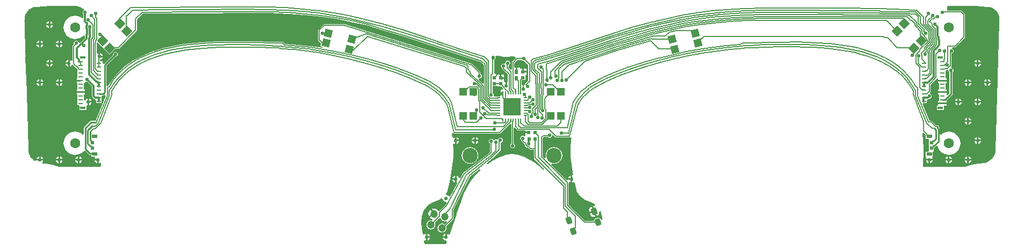
<source format=gbl>
%FSTAX23Y23*%
%MOIN*%
%SFA1B1*%

%IPPOS*%
%AMD27*
4,1,8,0.021000,-0.005900,0.012300,0.018000,0.000900,0.023300,-0.015700,0.017300,-0.021000,0.005900,-0.012300,-0.018000,-0.000900,-0.023300,0.015700,-0.017300,0.021000,-0.005900,0.0*
1,1,0.017800,0.012600,-0.008900*
1,1,0.017800,0.003900,0.014900*
1,1,0.017800,-0.012600,0.008900*
1,1,0.017800,-0.003900,-0.014900*
%
%AMD29*
4,1,4,0.000000,-0.033400,0.033400,0.000000,0.000000,0.033400,-0.033400,0.000000,0.000000,-0.033400,0.0*
%
%AMD30*
4,1,4,0.028900,-0.016700,0.016700,0.028900,-0.028900,0.016700,-0.016700,-0.028900,0.028900,-0.016700,0.0*
%
%AMD31*
4,1,4,-0.016700,0.028900,-0.028900,-0.016700,0.016700,-0.028900,0.028900,0.016700,-0.016700,0.028900,0.0*
%
%AMD32*
4,1,4,-0.033400,0.000000,0.000000,-0.033400,0.033400,0.000000,0.000000,0.033400,-0.033400,0.000000,0.0*
%
%ADD11C,0.010000*%
%ADD19C,0.008000*%
%ADD20C,0.006000*%
%ADD21C,0.012000*%
%ADD22C,0.016000*%
%ADD24C,0.063000*%
%ADD25C,0.094500*%
%ADD26C,0.047200*%
G04~CAMADD=27~8~0.0~0.0~433.0~354.0~89.0~0.0~15~0.0~0.0~0.0~0.0~0~0.0~0.0~0.0~0.0~0~0.0~0.0~0.0~290.0~432.0~477.0*
%ADD27D27*%
%ADD28C,0.022000*%
G04~CAMADD=29~10~0.0~472.3~0.0~0.0~0.0~0.0~0~0.0~0.0~0.0~0.0~0~0.0~0.0~0.0~0.0~0~0.0~0.0~0.0~225.0~472.3~0.0*
%ADD29D29*%
G04~CAMADD=30~10~0.0~472.3~0.0~0.0~0.0~0.0~0~0.0~0.0~0.0~0.0~0~0.0~0.0~0.0~0.0~0~0.0~0.0~0.0~285.0~472.3~0.0*
%ADD30D30*%
G04~CAMADD=31~10~0.0~472.3~0.0~0.0~0.0~0.0~0~0.0~0.0~0.0~0.0~0~0.0~0.0~0.0~0.0~0~0.0~0.0~0.0~435.0~472.3~0.0*
%ADD31D31*%
G04~CAMADD=32~10~0.0~472.3~0.0~0.0~0.0~0.0~0~0.0~0.0~0.0~0.0~0~0.0~0.0~0.0~0.0~0~0.0~0.0~0.0~135.0~472.3~0.0*
%ADD32D32*%
%ADD33R,0.047200X0.047200*%
%ADD34R,0.031500X0.010200*%
%ADD35R,0.025600X0.010200*%
%ADD36R,0.033500X0.015700*%
%ADD37R,0.035400X0.023600*%
%ADD38R,0.021700X0.023600*%
%ADD39R,0.022000X0.023600*%
%ADD40R,0.023600X0.022000*%
%ADD41R,0.023600X0.029500*%
%ADD42R,0.110200X0.110200*%
%ADD43R,0.007900X0.019700*%
%ADD44R,0.019700X0.007900*%
%LNglasses_full_v1_small_revised-1*%
%LPD*%
G36*
X02858Y00307D02*
X02859Y00307D01*
X02867*
X02874Y00306*
X0295Y003*
X0295Y003*
X02951Y003*
X02953*
X02961Y00299*
X02961*
X02961*
X02968Y00299*
X02972Y00298*
X02975Y00297*
X0298Y00295*
X02981Y00294*
X02987Y00291*
X02988Y00291*
X02988Y00291*
X02994Y00286*
X02998Y00283*
X03001Y0028*
X03002Y0028*
X03006Y00275*
X03008Y00273*
X03011Y00269*
X03015Y00263*
X03018Y00256*
X03021Y0025*
X03021Y00249*
X03021Y00248*
X03023Y0024*
X03025Y00233*
X03025Y00232*
X03024Y00231*
X03025Y00231*
X03025Y00228*
X03025Y00222*
X03025Y00221*
X03025Y00221*
X03025Y00216*
X03025Y00214*
Y00214*
X03025Y00205*
X03015Y-00133*
Y-00133*
X03014Y-00139*
X03014Y-00141*
X03014Y-00149*
Y-00149*
X03008Y-0036*
X03007Y-00368*
X03007Y-00376*
X03Y-00587*
X03Y-00587*
X02999Y-00595*
X02999Y-00603*
X02998Y-00608*
X02996Y-00613*
X02994Y-0062*
X02991Y-00625*
X0299Y-00627*
X02988Y-0063*
X02988Y-00631*
X02987Y-00631*
X02983Y-00636*
X02979Y-00641*
X02978Y-00642*
X02973Y-00647*
X02972Y-00648*
X02972Y-00648*
X02966Y-00653*
X02959Y-00657*
X02958Y-00658*
X02955Y-00659*
X0295Y-00662*
X02943Y-00666*
X02936Y-00669*
X02935Y-0067*
X02935Y-0067*
X02934Y-0067*
X02895Y-00673*
X02894Y-00673*
X02894*
X02853Y-0068*
X02852Y-00681*
X02852*
X02812Y-00693*
X02812Y-00693*
X02811Y-00693*
X02806Y-00695*
X02554*
X02549Y-00689*
X0255Y-00679*
Y-00679*
Y-00678*
X02553Y-00602*
X02553Y-00601*
X02553Y-00601*
Y-00569*
Y-00569*
Y-00569*
X02552Y-00537*
X02552Y-00536*
Y-00536*
X02547Y-00485*
X02547Y-00485*
Y-00484*
X02547Y-00483*
X02555Y-00479*
X02568Y-00493*
Y-00496*
X02568Y-00496*
Y-0052*
X02583*
X02588Y-00526*
Y-00558*
Y-00561*
Y-00566*
Y-00591*
Y-00593*
X02583Y-00599*
X02568*
Y-0063*
X02572Y-00638*
X0257Y-00641*
X0257Y-00645*
X0261*
X0261Y-00641*
X02608Y-00638*
X02612Y-0063*
Y-00601*
Y-00599*
X02617Y-00593*
X02618*
Y-00574*
X02618Y-00574*
X02622Y-00573*
X02625Y-00571*
X02633Y-00563*
X02642Y-00565*
X02645Y-00575*
X02651Y-00587*
X0266Y-00598*
X02671Y-00607*
X02684Y-00614*
X02697Y-00618*
X02711Y-00619*
X02725Y-00618*
X02739Y-00614*
X02751Y-00607*
X02762Y-00598*
X02771Y-00587*
X02778Y-00575*
X02782Y-00561*
X02784Y-00547*
X02782Y-00533*
X02778Y-00519*
X02771Y-00507*
X02762Y-00496*
X02751Y-00487*
X02739Y-0048*
X02725Y-00476*
X02711Y-00475*
X02697Y-00476*
X02684Y-0048*
X02671Y-00487*
X02663Y-00494*
X02655Y-00491*
Y-00458*
X02654Y-00454*
X02652Y-00451*
X02649Y-00448*
Y-00445*
X02648Y-00441*
X02646Y-00438*
X02643Y-00436*
X0264Y-00435*
X02636Y-00436*
X02634Y-00437*
X02633*
X02605Y-0041*
X02602Y-00408*
X026Y-00407*
X02589*
X02546Y-00303*
X02549Y-00299*
X02552Y-00297*
X02555Y-00298*
X02558*
X02561Y-00297*
X02562Y-00297*
X02574*
Y-00279*
X02581Y-00274*
X02584Y-00273*
X02587Y-00271*
X02589Y-0027*
X0259Y-0027*
X02595Y-00269*
X026Y-00265*
X02604Y-0026*
X02605Y-00255*
X02604Y-00249*
X026Y-00244*
X02596Y-00241*
X02595Y-0024*
X02594Y-00232*
X02595Y-0023*
X02597Y-00228*
X02598Y-00225*
Y-00183*
X02637Y-00143*
X02638*
X02645Y-00146*
Y-00153*
X02671*
X02697*
Y-00143*
X02691*
Y-0012*
Y-00117*
Y-00096*
X02697Y-0009*
X02701*
X02702Y-0009*
X02708Y-00094*
X02709Y-00096*
X0271Y-001*
X02714Y-00105*
X02715Y-00106*
Y-00236*
X02702Y-00249*
X02697Y-00243*
Y-00234*
X02671*
X02645*
Y-00244*
X02651*
Y-00261*
Y-00267*
Y-00269*
Y-00284*
X02645*
Y-00294*
X02671*
X02697*
Y-00284*
X02699Y-00278*
X02731Y-00246*
X02733Y-00243*
X02734Y-0024*
Y-00106*
X02735Y-00105*
X02739Y-001*
X0274Y-00095*
X02739Y-00089*
X02735Y-00084*
X0273Y-0008*
X02726Y-0008*
X02724Y-00074*
X02723Y-00071*
X02725Y-0007*
X02727Y-00067*
X02727Y-00065*
Y00013*
X02731Y00013*
X02736Y00017*
X0274Y00022*
X02741Y00028*
X0274Y00033*
X02736Y00038*
X02732Y00042*
X02731Y00042*
X02733Y0005*
X0275*
X02753Y0005*
X02755Y00052*
X02809Y00106*
X02811Y00108*
X02812Y00112*
Y00252*
X02811Y00255*
X02809Y00257*
X02791Y00275*
X02789Y00277*
X02786Y00278*
X02702*
Y00302*
X02708Y00305*
X02714Y00307*
X02715Y00307*
X02723Y00307*
X02723Y00307*
X02724Y00307*
X0273Y00307*
X0285*
X02858Y00307*
G37*
G36*
X-02722D02*
X-02722Y00307D01*
X-02714Y00306*
X-02709Y00306*
X-02701Y00305*
X-02701Y00305*
X-02693Y00303*
X-02688Y00302*
X-02681Y003*
X-0268Y00299*
X-02674Y00297*
X-02668Y00294*
X-02663Y00291*
X-0266Y0029*
X-02655Y00287*
X-02654Y00287*
X-02654Y00287*
X-02654Y00286*
X-02655Y00279*
X-0266Y00275*
X-02663Y0027*
X-02664Y00265*
X-02663Y00259*
X-0266Y00254*
X-02661Y00251*
Y00234*
X-02668Y0023*
X-0267Y00232*
X-02683Y00239*
X-02696Y00243*
X-02711Y00245*
X-02725Y00243*
X-02738Y00239*
X-02751Y00232*
X-02762Y00223*
X-02771Y00213*
X-02777Y002*
X-02781Y00186*
X-02783Y00172*
X-02781Y00158*
X-02777Y00145*
X-02771Y00132*
X-02762Y00121*
X-02751Y00112*
X-02738Y00106*
X-02725Y00102*
X-02711Y001*
X-02696Y00102*
X-02683Y00106*
X-0267Y00112*
X-02659Y00121*
X-02659Y00122*
X-02651Y00119*
Y00106*
X-02681Y00076*
X-02689Y00079*
X-02689Y00081*
X-02693Y00086*
X-02698Y0009*
X-02704Y00091*
X-02709Y0009*
X-02714Y00086*
X-02718Y00081*
X-02719Y00076*
X-02718Y0007*
X-02717Y00068*
X-02725Y0006*
X-02726Y00058*
X-02727Y00055*
Y-00031*
X-02731Y-00033*
X-02735Y-00034*
X-02741Y-0003*
X-02744Y-00029*
Y-0005*
Y-0007*
X-02741Y-00069*
X-02734Y-00065*
X-02732Y-00061*
X-0273Y-0006*
X-02723Y-0006*
X-02722Y-0006*
X-027Y-00082*
X-02697Y-00084*
X-02695Y-00084*
Y-00085*
X-02695Y-00085*
Y-00101*
Y-00104*
Y-00125*
Y-00128*
Y-00143*
X-02701*
Y-00153*
X-02675*
Y-00163*
X-02701*
Y-00173*
X-02695*
Y-00196*
Y-00198*
Y-00213*
X-02701*
Y-00224*
X-02649*
Y-00213*
X-02655*
Y-0019*
Y-00188*
Y-00173*
X-02649*
Y-00167*
X-02641Y-00163*
X-0264Y-00164*
X-02635Y-00165*
X-02633Y-00164*
X-02605Y-00192*
Y-00255*
X-02604Y-00258*
X-02602Y-00262*
X-02592Y-00271*
X-02589Y-00273*
X-02585Y-00274*
X-02585*
X-02579Y-00279*
Y-00297*
X-02566*
X-02566Y-00297*
X-02562Y-00298*
X-02558Y-00297*
X-02557Y-00297*
X-02545*
Y-00279*
Y-00273*
Y-00258*
Y-00255*
X-0254Y-00249*
X-02534Y-00249*
X-02533Y-00248*
X-02531Y-00248*
X-02531Y-00248*
X-02531*
X-02529Y-00247*
X-02528Y-00246*
X-02528Y-00246*
X-0252Y-00249*
X-02518Y-00254*
X-02582Y-00407*
X-02611*
X-02614Y-00407*
X-02617Y-00409*
X-02652Y-00444*
X-02654Y-00447*
X-02655Y-00451*
Y-00489*
X-02663Y-00493*
X-0267Y-00487*
X-02683Y-0048*
X-02696Y-00476*
X-02711Y-00475*
X-02725Y-00476*
X-02738Y-0048*
X-02751Y-00487*
X-02762Y-00496*
X-02771Y-00507*
X-02777Y-00519*
X-02781Y-00533*
X-02783Y-00547*
X-02781Y-00561*
X-02777Y-00575*
X-02771Y-00587*
X-02762Y-00598*
X-02751Y-00607*
X-02738Y-00614*
X-02725Y-00618*
X-02711Y-00619*
X-02696Y-00618*
X-02683Y-00614*
X-0267Y-00607*
X-02659Y-00598*
X-02658Y-00596*
X-02647Y-00595*
X-02626Y-00616*
X-02623Y-00618*
X-0262Y-00619*
X-02611*
Y-0063*
X-02591*
X-02587Y-00638*
X-02589Y-00641*
X-0259Y-00645*
X-02569*
Y-0065*
X-02564*
Y-0067*
X-02561Y-00669*
X-02557Y-00667*
X-02549Y-00671*
X-02549Y-00678*
Y-00679*
Y-00679*
X-02548Y-00687*
X-02554Y-00693*
X-0281*
X-02811Y-00693*
X-02811Y-00693*
X-02811Y-00693*
X-02851Y-00681*
X-02852*
X-02852Y-0068*
X-02893Y-00673*
X-02893*
X-02894Y-00673*
X-0291Y-00672*
X-02912Y-00669*
X-02913Y-00663*
X-02909Y-00658*
X-02909Y-00655*
X-02952*
X-02958Y-00657*
X-02958*
X-02964Y-00654*
X-02965Y-00653*
X-02968Y-00651*
X-02968Y-00651*
X-02968Y-0065*
X-02974Y-00645*
X-02978Y-00642*
Y-00642*
X-02978Y-00641*
X-02978Y-00641*
X-02983Y-00636*
X-02983Y-00636*
X-02988Y-00629*
X-02991Y-00624*
X-02993Y-00618*
X-02994Y-00617*
X-02996Y-00612*
X-02997Y-00606*
X-02998Y-00606*
X-02998Y-00598*
X-02999Y-00595*
Y-00595*
X-03Y-00588*
Y-00587*
Y-00587*
X-03Y-00579*
X-03011Y-0024*
X-0301Y-00232*
Y-00232*
X-03011Y-00224*
X-03018Y-00013*
X-03017Y-00005*
X-03018Y00002*
X-03024Y00205*
X-03025Y00213*
Y00214*
X-03024Y00216*
X-03024Y00221*
Y00227*
Y00229*
X-03023Y00236*
X-03023Y00238*
X-03021Y00245*
Y00245*
X-03021Y00246*
X-0302Y00248*
X-03018Y00254*
X-03015Y0026*
X-03011Y00267*
Y00267*
X-03011Y00268*
X-03008Y00272*
X-03006Y00274*
X-03006Y00274*
X-03001Y0028*
X-03001Y0028*
X-02998Y00282*
X-02995Y00285*
X-02995*
X-02991Y00288*
X-02987Y00291*
X-02981Y00294*
X-02976Y00296*
X-02976Y00296*
X-02975Y00296*
X-02973Y00297*
X-02965Y00299*
X-02958Y00299*
X-02957*
X-02957Y003*
X-02951Y003*
X-02949*
X-02866Y00307*
X-02866*
X-02858*
X-02858Y00307*
X-02857Y00307*
X-0273*
X-02722Y00307*
G37*
G36*
X-01503Y00262D02*
X-01389Y00257D01*
X-01285Y0025*
X-01187Y0024*
X-01089Y00225*
X-00999Y00208*
X-00903Y00187*
X-00797Y00153*
X-00797*
X-00671Y00116*
X-00191Y-00042*
X-00173Y-00061*
Y-00175*
X-0018Y-00178*
X-00196Y-00162*
X-00198Y-00161*
X-00207Y-00152*
X-00203Y-00145*
X-00202Y-00145*
X-00196Y-00144*
X-00191Y-0014*
X-00187Y-00135*
X-00186Y-0013*
X-00187Y-00124*
X-00191Y-00119*
X-00196Y-00115*
X-00196Y-00115*
Y-00106*
X-00197Y-00103*
X-00199Y-00101*
X-00245Y-00055*
X-00245Y-00054*
X-00245Y-00054*
X-00246Y-00054*
X-00247Y-00053*
X-00247Y-00053*
X-00247Y-00053*
X-01039Y00192*
X-0104Y00193*
X-01042Y00193*
X-01164*
X-01166Y00192*
X-01169Y00191*
X-012Y0016*
X-01201Y00157*
X-01202Y00155*
Y00095*
X-01201Y00092*
X-012Y0009*
X-01184Y00074*
X-01188Y00057*
X-01177Y00054*
X-01172Y00045*
X-01172Y00045*
X-01248Y00056*
X-01248*
X-01248*
X-01324Y00064*
X-01324*
X-01324*
X-01407Y0007*
X-01418Y00081*
X-0142Y00082*
X-01423Y00083*
X-01499*
X-01585Y00086*
X-01585*
X-01585*
X-01671Y00087*
X-01671*
X-01765Y00087*
X-01765*
X-01765*
X-01823Y00086*
X-01823*
X-01824*
X-01882Y00084*
X-01882*
X-01882*
X-01965Y00078*
X-01965*
X-01965*
X-02039Y00069*
X-02039Y00069*
X-02039*
X-02105Y00058*
X-02105*
X-02105*
X-02138Y0005*
X-02138*
X-02138*
X-02171Y00042*
X-02171Y00042*
X-02171*
X-02221Y00026*
X-02222Y00026*
X-02222Y00026*
X-02271Y00007*
X-02271Y00007*
X-02271Y00007*
X-02314Y-00012*
X-02314Y-00012*
X-02314Y-00012*
X-02352Y-00034*
X-02353Y-00034*
X-02353*
X-02375Y-00049*
X-02375Y-00049*
X-02375Y-00049*
X-02396Y-00065*
X-02396Y-00065*
X-02397Y-00065*
X-02428Y-00092*
X-02428Y-00092*
X-02428Y-00093*
X-02457Y-00123*
X-02457Y-00123*
X-02457Y-00123*
X-0248Y-00152*
X-0248Y-00153*
X-02481Y-00153*
X-02503Y-00187*
X-02508Y-00192*
X-02515Y-00189*
Y-00062*
X-02461Y-00008*
X-0246Y-00009*
X-02454Y-00008*
X-02449Y-00004*
X-02445Y0*
X-02444Y00006*
X-02445Y00011*
X-02449Y00016*
X-02454Y0002*
X-0246Y00021*
X-02465Y0002*
X-0247Y00016*
X-02474Y00011*
X-02475Y00006*
X-02474Y00004*
X-02531Y-00052*
X-02531*
X-02539Y-0005*
Y-00036*
X-02556*
X-02556Y-00028*
X-02551Y-00027*
X-02544Y-00023*
X-0254Y-00016*
X-02539Y-00013*
X-0256*
Y-00008*
X-02565*
Y00012*
X-02568Y00011*
X-02569Y0001*
X-02577Y00014*
Y00075*
X-02577Y00076*
X-02577Y00076*
X-02569Y00079*
X-0254Y0005*
X-02534Y00044*
X-02495Y00005*
X-0246Y0004*
X-02442*
X-02439Y00041*
X-02437Y00042*
X-0233Y0015*
X-02328Y00152*
X-02327Y00155*
Y00222*
X-02289Y0026*
X-01929Y00261*
X-01656Y00263*
X-01503Y00262*
G37*
G36*
X-00088Y-00004D02*
X-00088D01*
X-00087Y-00004*
X-00048Y-00009*
X-00047Y-00009*
X-00047Y-00009*
X-00021Y-0001*
X-00021Y-0001*
X-0002*
X-00007Y-00008*
X-00007*
X0Y-00008*
X0Y-00008*
X0Y-00008*
X00008Y-00008*
X00021Y-0001*
X00023Y-00013*
X00024Y-00018*
X00001Y-00041*
X0Y-00043*
X-00001Y-00047*
Y-00086*
X-00008Y-00089*
X-00022Y-00075*
Y-00073*
X-00022Y-00072*
X-00021Y-00069*
X-00021Y-00063*
X-00016Y-00059*
X-00012Y-00054*
X-00011Y-00049*
X-00012Y-00043*
X-00016Y-00038*
X-00021Y-00034*
X-00026Y-00033*
X-00032Y-00034*
X-00037Y-00038*
X-00041Y-00043*
X-00041Y-00047*
X-00045Y-0005*
X-00049Y-00052*
X-00053Y-00051*
X-00059Y-00052*
X-00064Y-00056*
X-00067Y-00061*
X-00068Y-00066*
X-00067Y-00072*
X-00064Y-00077*
X-0006Y-0008*
Y-00082*
X-00059Y-00085*
X-00057Y-00087*
X-00025Y-0012*
Y-00163*
X-00031Y-00167*
Y-0019*
X-00041*
Y-00169*
X-00041Y-00169*
X-00047Y-00165*
X-00049Y-00164*
X-00049Y-00162*
Y-00146*
X-00071*
Y-00141*
X-00076*
Y-0012*
X-00088*
Y-00118*
X-00102*
X-00109Y-00113*
Y-00027*
X-00106Y-00024*
X-00103Y-00019*
X-00101Y-00013*
X-00102Y-00009*
X-001Y-00005*
X-00097Y-00002*
X-00088Y-00004*
G37*
G36*
X00063Y-00032D02*
X00068Y-00035D01*
X00074Y-00036*
X00077Y-00036*
X00101Y-00061*
Y-00157*
X00081Y-00178*
X00079Y-0018*
X00079Y-00184*
X00072Y-00188*
X00071*
X00069Y-00189*
X00061Y-00183*
Y-00157*
X00062Y-00155*
X00083*
Y-00125*
X00089Y-00124*
Y-00108*
X00068*
Y-00103*
X00063*
Y-00082*
X00049*
Y-00077*
X00033*
Y-00102*
X00023*
Y-00077*
X00015*
Y-0005*
X00035Y-00029*
X00061*
X00063Y-00032*
G37*
G36*
X-00094Y-00191D02*
X-00086Y-00193D01*
Y-00193*
X-00065*
X-00061Y-00198*
X-0006Y-002*
X-00059Y-00202*
X-00053Y-00208*
X-00056Y-00215*
X-00069*
Y-0023*
X-00055*
Y-0024*
X-00069*
Y-00249*
X-0007Y-00255*
X-00076Y-00256*
X-00098*
Y-00258*
X-00107*
X-00109Y-00257*
X-00113Y-0025*
X-00112Y-00248*
X-00113Y-00242*
X-00117Y-00237*
X-00121Y-00234*
Y-00191*
X-00094*
G37*
G36*
X-00003Y-00429D02*
Y-00548D01*
X-00006Y-00551*
X-0001Y-00556*
X-00011Y-00562*
X-0001Y-00567*
X-00006Y-00572*
X-00001Y-00576*
X00004Y-00577*
X00009Y-00576*
X00014Y-00572*
X00018Y-00567*
X00019Y-00562*
X00018Y-00556*
X00014Y-00551*
X00011Y-00548*
Y-00453*
X00016Y-00451*
X00019Y-00451*
X00033Y-00465*
X00035Y-00466*
X00038Y-00467*
X00084*
Y-00475*
X00105*
Y-00485*
X00084*
Y-005*
X00083Y-00501*
X00077Y-00504*
X00073Y-00501*
X00068Y-005*
X00062Y-00501*
X00057Y-00505*
X00053Y-0051*
X00052Y-00516*
X00053Y-00521*
X00057Y-00526*
X0006Y-00529*
Y-00532*
X00061Y-00534*
X00063Y-00537*
X00079Y-00554*
Y-00557*
X0008Y-0056*
X00082Y-00562*
X00092Y-00573*
X00094Y-00574*
X00097Y-00575*
X00101*
X0011Y-00584*
X00112Y-00586*
X00115Y-00586*
X00136*
Y-00638*
X00137Y-00641*
X00138Y-00643*
X00202Y-00707*
X00197Y-00713*
X0018Y-00697*
X00179Y-00697*
X00179Y-00697*
X00146Y-00672*
X00146Y-00672*
X00146Y-00671*
X00111Y-0065*
X0011Y-0065*
X0011Y-00649*
X00073Y-00631*
X00073Y-00631*
X00072Y-00631*
X00034Y-00617*
X00033Y-00616*
X00032Y-00616*
X00001Y-00613*
X0Y-00613*
X0Y-00613*
X-00031Y-00616*
X-00032Y-00616*
X-00034Y-00617*
X-00075Y-00632*
X-00075Y-00633*
X-00075Y-00633*
X-00115Y-00653*
X-00115Y-00653*
X-00116Y-00653*
X-00151Y-00676*
X-00156Y-00669*
X-0012Y-0064*
X-0012Y-0064*
X-0012Y-0064*
X-00073Y-00593*
X-00071Y-0059*
X-0007Y-00588*
Y-00543*
X-00066Y-00542*
X-00061Y-00538*
X-00057Y-00533*
X-00056Y-00528*
X-00057Y-00522*
X-00061Y-00517*
X-00066Y-00513*
X-00072Y-00512*
X-00077Y-00513*
X-00082Y-00517*
X-00086Y-00522*
X-00094Y-00525*
X-001Y-00524*
X-00105Y-00525*
X-00106Y-00526*
X-00112Y-00527*
X-00116Y-00524*
X-00117Y-00523*
X-00122Y-00519*
X-00128Y-00518*
X-00133Y-00519*
X-00138Y-00523*
X-00142Y-00528*
X-00143Y-00534*
X-00142Y-00539*
X-00138Y-00544*
X-00135Y-00547*
Y-006*
X-00144Y-00609*
X-00294Y-00724*
X-00294Y-00724*
X-00295Y-00725*
X-00305Y-00735*
X-00305Y-00735*
X-00306Y-00736*
X-00321Y-00764*
X-00329Y-00763*
X-00329Y-00761*
X-00334Y-00754*
X-00341Y-0075*
X-00344Y-00749*
Y-0077*
Y-0079*
X-00344*
X-00338Y-00796*
X-00382Y-00878*
X-00391Y-00878*
X-00394Y-00874*
X-00401Y-0087*
X-00407Y-00869*
X-0041Y-00862*
X-0041Y-0086*
X-00406Y-00855*
X-00406Y-00855*
X-00406*
X-00405Y-00854*
X-00405Y-00852*
Y-00852*
X-00404Y-00852*
X-00387Y-00787*
X-00387Y-00787*
Y-00787*
X-00375Y-00727*
Y-00727*
X-00375Y-00727*
X-00368Y-00679*
X-00368Y-00679*
X-00368Y-00679*
X-00364Y-00631*
Y-00631*
X-00364Y-00631*
X-00364Y-00578*
Y-00577*
Y-00577*
X-00366Y-00553*
X-00358Y-00549*
X-00357Y-00549*
X-00354Y-0055*
Y-0053*
Y-00509*
X-00357Y-0051*
X-00361Y-00512*
X-0037Y-00509*
X-00373Y-00488*
X-00366Y-00484*
X-00365*
X-00365Y-00484*
X-00365Y-00485*
X-00364Y-00485*
X-00363Y-00486*
X-00363Y-00486*
X-00362Y-00486*
X-00361Y-00486*
X-00361Y-00487*
X-0036Y-00487*
X-0036Y-00487*
X-00075*
X-00072Y-00486*
X-0007Y-00485*
X-00011Y-00425*
X-00003Y-00429*
G37*
G36*
X00269Y-00509D02*
X00271Y-0051D01*
X00274Y-00511*
X00358*
X00358Y-00511*
X00359Y-00511*
X00359Y-0051*
X0036Y-0051*
X00361Y-0051*
X00361Y-0051*
X00362Y-00509*
X00362Y-00509*
X00367Y-0051*
X0037Y-00512*
X00368Y-00523*
X00368Y-00524*
X00368Y-00524*
X00365Y-00577*
X00365Y-00577*
X00365Y-00578*
X00365Y-00631*
X00365Y-00631*
X00365Y-00631*
X00369Y-00679*
X00369Y-00679*
Y-00679*
X00376Y-00727*
X00376Y-00727*
Y-00727*
X00379Y-00742*
X00375Y-00745*
Y-0077*
Y-0079*
X00378Y-00789*
X0038Y-00788*
X00381Y-00788*
X00389Y-00792*
X00405Y-00852*
Y-00852*
X00405Y-00852*
X00406Y-00854*
X00407Y-00855*
X00407*
Y-00855*
X00424Y-00877*
X00425Y-00877*
X00425Y-00878*
X00447Y-00895*
X00448Y-00895*
X00449Y-00896*
X00474Y-00908*
X00475Y-00908*
X00475Y-00908*
X00483Y-0091*
X00503Y-00919*
X00516Y-00928*
X00515Y-0093*
X00513Y-00936*
X00507Y-00936*
X00504Y-00938*
X00515Y-00968*
X00526Y-00998*
X00529Y-00997*
X00536Y-00993*
X0054Y-00987*
X00542Y-00979*
X00541Y-00974*
X00544Y-0097*
X00548Y-00968*
X00549Y-00968*
X00555Y-00982*
X00559Y-01003*
X00561Y-01024*
X00554Y-01025*
X0055Y-01017*
X00548Y-01012*
X00544Y-01009*
X00539Y-01008*
X00534Y-01009*
X00517Y-01015*
X00513Y-01017*
X0051Y-01022*
X00508Y-01027*
X00506Y-01029*
X00454*
X00352Y-00927*
Y-00792*
X00357Y-00788*
X0036Y-00788*
X00362Y-00789*
X00365Y-0079*
Y-00775*
X00346*
X00342Y-00777*
X00245Y-0068*
X00247Y-00674*
X00249Y-00672*
X00261Y-00674*
X00275Y-00672*
X00287Y-00667*
X00298Y-00659*
X00306Y-00648*
X00311Y-00636*
X00313Y-00622*
X00311Y-00609*
X00306Y-00597*
X00298Y-00586*
X00287Y-00578*
X00275Y-00572*
X00261Y-00571*
X00248Y-00572*
X00235Y-00578*
X00225Y-00586*
X00216Y-00597*
X00211Y-00609*
X0021Y-00622*
X00211Y-00635*
X00209Y-00637*
X00204Y-00639*
X00192Y-00627*
Y-00513*
X00198Y-00507*
X00222*
X00223Y-00508*
X00228Y-00512*
X00234Y-00513*
X00239Y-00512*
X00244Y-00508*
X00248Y-00503*
X00248Y-005*
X00255Y-00497*
X00257Y-00497*
X00269Y-00509*
G37*
G36*
X-00195Y-00712D02*
X-0022Y-00737D01*
X-0022Y-00737*
X-00221Y-00738*
X-00249Y-00772*
X-00249Y-00772*
X-00249Y-00773*
X-00274Y-0081*
X-00274Y-0081*
X-00274Y-0081*
X-00294Y-0085*
X-00295Y-0085*
X-00295Y-0085*
X-00311Y-00892*
Y-00892*
X-00311Y-00892*
X-00339Y-00975*
X-00342Y-00982*
X-00344Y-0099*
X-00386Y-01112*
X-0039Y-01113*
X-00395Y-01114*
X-00401Y-0111*
X-00404Y-01109*
Y-0113*
X-00409*
Y-01135*
X-0043*
X-00429Y-01138*
X-00424Y-01145*
X-00417Y-01149*
X-00409Y-01151*
X-00408Y-01151*
X-00402Y-01158*
X-00408Y-01173*
X-00542*
X-00546Y-01153*
X-00539Y-01148*
X-00537Y-01149*
X-00534Y-0115*
Y-0113*
Y-01109*
X-00537Y-0111*
X-00544Y-01114*
X-00545Y-01115*
X-00553Y-01114*
X-00561Y-01073*
X-00562Y-01039*
X-00558Y-01003*
X-00554Y-00982*
X-00546Y-00963*
X-00534Y-00946*
X-00519Y-00931*
X-00502Y-00919*
X-00482Y-0091*
X-00474Y-00908*
X-00474Y-00908*
X-00473Y-00908*
X-00448Y-00896*
X-00447Y-00895*
X-00446Y-00895*
X-00438Y-00888*
X-0043Y-00892*
X-00429Y-00898*
X-00424Y-00905*
X-00417Y-00909*
X-00409Y-00911*
X-00409*
X-00404Y-00918*
X-0041Y-0093*
X-00448Y-00968*
X-00457Y-00966*
X-0046Y-00962*
X-00467Y-00957*
X-00475Y-00953*
X-00484Y-00952*
X-00493Y-00953*
X-00496Y-00955*
X-0048Y-00984*
X-00484Y-00986*
X-00482Y-00991*
X-0051Y-01007*
X-00508Y-0101*
X-00501Y-01016*
X-00495Y-01018*
X-00493Y-01025*
X-00493Y-01027*
X-00494Y-01028*
X-00495Y-01028*
X-00502Y-01027*
X-0051Y-01028*
X-00516Y-0103*
X-00522Y-01035*
X-00527Y-01041*
X-00529Y-01047*
X-0053Y-01055*
X-00529Y-01062*
X-00527Y-01068*
X-00522Y-01074*
X-00516Y-01079*
X-0051Y-01081*
X-00502Y-01082*
X-00495Y-01081*
X-00489Y-01079*
X-00483Y-01074*
X-00478Y-01068*
X-00476Y-01062*
X-00475Y-01055*
X-00476Y-01047*
X-00478Y-01041*
Y-01041*
X-0045Y-01012*
X-00441Y-01015*
X-0044Y-01018*
X-00436Y-01024*
X-0043Y-01029*
X-00423Y-01031*
X-00416Y-01032*
X-00409Y-01031*
X-00407Y-01031*
X-00403Y-01038*
X-00417Y-01052*
X-0042Y-01049*
X-00427Y-01046*
X-00434Y-01045*
X-00441Y-01046*
X-00448Y-01049*
X-00454Y-01053*
X-00458Y-01059*
X-00461Y-01066*
X-00462Y-01073*
X-00461Y-0108*
X-00458Y-01087*
X-00454Y-01093*
X-00448Y-01097*
X-00441Y-011*
X-00434Y-01101*
X-00427Y-011*
X-0042Y-01097*
X-00414Y-01093*
X-0041Y-01087*
X-00407Y-0108*
X-00406Y-01073*
X-00407Y-01066*
X-00408Y-01063*
X-00365Y-0102*
X-00363Y-01017*
X-00362Y-01015*
Y-00961*
X-00259Y-00754*
X-002Y-00706*
X-00195Y-00712*
G37*
%LNglasses_full_v1_small_revised-2*%
%LPC*%
G36*
X02895Y-00029D02*
Y-00045D01*
X0291*
X0291Y-00041*
X02905Y-00034*
X02898Y-0003*
X02895Y-00029*
G37*
G36*
X02885D02*
X02882Y-0003D01*
X02875Y-00034*
X0287Y-00041*
X0287Y-00045*
X02885*
Y-00029*
G37*
G36*
X0291Y-00055D02*
X02895D01*
Y-0007*
X02898Y-00069*
X02905Y-00065*
X0291Y-00058*
X0291Y-00055*
G37*
G36*
X02885D02*
X0287D01*
X0287Y-00058*
X02875Y-00065*
X02882Y-00069*
X02885Y-0007*
Y-00055*
G37*
G36*
X02955Y-00149D02*
Y-00165D01*
X0297*
X0297Y-00161*
X02965Y-00154*
X02958Y-0015*
X02955Y-00149*
G37*
G36*
X02945D02*
X02942Y-0015D01*
X02935Y-00154*
X0293Y-00161*
X0293Y-00165*
X02945*
Y-00149*
G37*
G36*
X02835D02*
Y-00165D01*
X0285*
X0285Y-00161*
X02845Y-00154*
X02838Y-0015*
X02835Y-00149*
G37*
G36*
X02825D02*
X02822Y-0015D01*
X02815Y-00154*
X0281Y-00161*
X0281Y-00165*
X02825*
Y-00149*
G37*
G36*
X0297Y-00175D02*
X02955D01*
Y-0019*
X02958Y-00189*
X02965Y-00185*
X0297Y-00178*
X0297Y-00175*
G37*
G36*
X02945D02*
X0293D01*
X0293Y-00178*
X02935Y-00185*
X02942Y-00189*
X02945Y-0019*
Y-00175*
G37*
G36*
X0285D02*
X02835D01*
Y-0019*
X02838Y-00189*
X02845Y-00185*
X0285Y-00178*
X0285Y-00175*
G37*
G36*
X02825D02*
X0281D01*
X0281Y-00178*
X02815Y-00185*
X02822Y-00189*
X02825Y-0019*
Y-00175*
G37*
G36*
X02697Y-00163D02*
X02671D01*
X02645*
Y-00173*
X02651*
Y-00196*
Y-00198*
Y-00213*
X02645*
Y-00224*
X02671*
X02697*
Y-00213*
X02691*
Y-0019*
Y-00188*
Y-00173*
X02697*
Y-00163*
G37*
G36*
X02895Y-00269D02*
Y-00285D01*
X0291*
X0291Y-00281*
X02905Y-00274*
X02898Y-0027*
X02895Y-00269*
G37*
G36*
X02885D02*
X02882Y-0027D01*
X02875Y-00274*
X0287Y-00281*
X0287Y-00285*
X02885*
Y-00269*
G37*
G36*
X02775D02*
Y-00285D01*
X0279*
X0279Y-00281*
X02785Y-00274*
X02778Y-0027*
X02775Y-00269*
G37*
G36*
X02765D02*
X02762Y-0027D01*
X02755Y-00274*
X0275Y-00281*
X0275Y-00285*
X02765*
Y-00269*
G37*
G36*
X0291Y-00295D02*
X02895D01*
Y-0031*
X02898Y-00309*
X02905Y-00305*
X0291Y-00298*
X0291Y-00295*
G37*
G36*
X02885D02*
X0287D01*
X0287Y-00298*
X02875Y-00305*
X02882Y-00309*
X02885Y-0031*
Y-00295*
G37*
G36*
X0279D02*
X02775D01*
Y-0031*
X02778Y-00309*
X02785Y-00305*
X0279Y-00298*
X0279Y-00295*
G37*
G36*
X02765D02*
X0275D01*
X0275Y-00298*
X02755Y-00305*
X02762Y-00309*
X02765Y-0031*
Y-00295*
G37*
G36*
X02697Y-00304D02*
X02671D01*
X02645*
Y-00315*
X02637Y-00315*
Y-00339*
X02679*
Y-00315*
X02686Y-00315*
X02697*
Y-00304*
G37*
G36*
X02835Y-00389D02*
Y-00405D01*
X0285*
X0285Y-00401*
X02845Y-00394*
X02838Y-0039*
X02835Y-00389*
G37*
G36*
X02825D02*
X02822Y-0039D01*
X02815Y-00394*
X0281Y-00401*
X0281Y-00405*
X02825*
Y-00389*
G37*
G36*
X0285Y-00415D02*
X02835D01*
Y-0043*
X02838Y-00429*
X02845Y-00425*
X0285Y-00418*
X0285Y-00415*
G37*
G36*
X02825D02*
X0281D01*
X0281Y-00418*
X02815Y-00425*
X02822Y-00429*
X02825Y-0043*
Y-00415*
G37*
G36*
X02895Y-00509D02*
Y-00525D01*
X0291*
X0291Y-00521*
X02905Y-00514*
X02898Y-0051*
X02895Y-00509*
G37*
G36*
X02885D02*
X02882Y-0051D01*
X02875Y-00514*
X0287Y-00521*
X0287Y-00525*
X02885*
Y-00509*
G37*
G36*
X0291Y-00535D02*
X02895D01*
Y-0055*
X02898Y-00549*
X02905Y-00545*
X0291Y-00538*
X0291Y-00535*
G37*
G36*
X02885D02*
X0287D01*
X0287Y-00538*
X02875Y-00545*
X02882Y-00549*
X02885Y-0055*
Y-00535*
G37*
G36*
X02835Y-00629D02*
Y-00645D01*
X0285*
X0285Y-00641*
X02845Y-00634*
X02838Y-0063*
X02835Y-00629*
G37*
G36*
X02825D02*
X02822Y-0063D01*
X02815Y-00634*
X0281Y-00641*
X0281Y-00645*
X02825*
Y-00629*
G37*
G36*
X02715D02*
Y-00645D01*
X0273*
X0273Y-00641*
X02725Y-00634*
X02718Y-0063*
X02715Y-00629*
G37*
G36*
X02705D02*
X02702Y-0063D01*
X02695Y-00634*
X0269Y-00641*
X0269Y-00645*
X02705*
Y-00629*
G37*
G36*
X0285Y-00655D02*
X02835D01*
Y-0067*
X02838Y-00669*
X02845Y-00665*
X0285Y-00658*
X0285Y-00655*
G37*
G36*
X02825D02*
X0281D01*
X0281Y-00658*
X02815Y-00665*
X02822Y-00669*
X02825Y-0067*
Y-00655*
G37*
G36*
X0273D02*
X02715D01*
Y-0067*
X02718Y-00669*
X02725Y-00665*
X0273Y-00658*
X0273Y-00655*
G37*
G36*
X02705D02*
X0269D01*
X0269Y-00658*
X02695Y-00665*
X02702Y-00669*
X02705Y-0067*
Y-00655*
G37*
G36*
X0261D02*
X02595D01*
Y-0067*
X02598Y-00669*
X02605Y-00665*
X0261Y-00658*
X0261Y-00655*
G37*
G36*
X02585D02*
X0257D01*
X0257Y-00658*
X02575Y-00665*
X02582Y-00669*
X02585Y-0067*
Y-00655*
G37*
G36*
X-02864Y0021D02*
Y00195D01*
X-02849*
X-02849Y00198*
X-02854Y00205*
X-02861Y00209*
X-02864Y0021*
G37*
G36*
X-02874D02*
X-02877Y00209D01*
X-02884Y00205*
X-02889Y00198*
X-0289Y00195*
X-02874*
Y0021*
G37*
G36*
X-02849Y00185D02*
X-02864D01*
Y00169*
X-02861Y0017*
X-02854Y00174*
X-02849Y00181*
X-02849Y00185*
G37*
G36*
X-02874D02*
X-0289D01*
X-02889Y00181*
X-02884Y00174*
X-02877Y0017*
X-02874Y00169*
Y00185*
G37*
G36*
X-02804Y0009D02*
Y00075D01*
X-02789*
X-02789Y00078*
X-02794Y00085*
X-02801Y00089*
X-02804Y0009*
G37*
G36*
X-02814D02*
X-02817Y00089D01*
X-02824Y00085*
X-02829Y00078*
X-0283Y00075*
X-02814*
Y0009*
G37*
G36*
X-02924D02*
Y00075D01*
X-02909*
X-02909Y00078*
X-02914Y00085*
X-02921Y00089*
X-02924Y0009*
G37*
G36*
X-02934D02*
X-02937Y00089D01*
X-02944Y00085*
X-02949Y00078*
X-0295Y00075*
X-02934*
Y0009*
G37*
G36*
X-02789Y00065D02*
X-02804D01*
Y00049*
X-02801Y0005*
X-02794Y00054*
X-02789Y00061*
X-02789Y00065*
G37*
G36*
X-02814D02*
X-0283D01*
X-02829Y00061*
X-02824Y00054*
X-02817Y0005*
X-02814Y00049*
Y00065*
G37*
G36*
X-02909D02*
X-02924D01*
Y00049*
X-02921Y0005*
X-02914Y00054*
X-02909Y00061*
X-02909Y00065*
G37*
G36*
X-02934D02*
X-0295D01*
X-02949Y00061*
X-02944Y00054*
X-02937Y0005*
X-02934Y00049*
Y00065*
G37*
G36*
X-02754Y-00029D02*
X-02757Y-0003D01*
X-02764Y-00034*
X-02769Y-00041*
X-0277Y-00045*
X-02754*
Y-00029*
G37*
G36*
X-02864D02*
Y-00045D01*
X-02849*
X-02849Y-00041*
X-02854Y-00034*
X-02861Y-0003*
X-02864Y-00029*
G37*
G36*
X-02874D02*
X-02877Y-0003D01*
X-02884Y-00034*
X-02889Y-00041*
X-0289Y-00045*
X-02874*
Y-00029*
G37*
G36*
X-02754Y-00055D02*
X-0277D01*
X-02769Y-00058*
X-02764Y-00065*
X-02757Y-00069*
X-02754Y-0007*
Y-00055*
G37*
G36*
X-02849D02*
X-02864D01*
Y-0007*
X-02861Y-00069*
X-02854Y-00065*
X-02849Y-00058*
X-02849Y-00055*
G37*
G36*
X-02874D02*
X-0289D01*
X-02889Y-00058*
X-02884Y-00065*
X-02877Y-00069*
X-02874Y-0007*
Y-00055*
G37*
G36*
X-02804Y-00149D02*
Y-00165D01*
X-02789*
X-02789Y-00161*
X-02794Y-00154*
X-02801Y-0015*
X-02804Y-00149*
G37*
G36*
X-02814D02*
X-02817Y-0015D01*
X-02824Y-00154*
X-02829Y-00161*
X-0283Y-00165*
X-02814*
Y-00149*
G37*
G36*
X-02924D02*
Y-00165D01*
X-02909*
X-02909Y-00161*
X-02914Y-00154*
X-02921Y-0015*
X-02924Y-00149*
G37*
G36*
X-02934D02*
X-02937Y-0015D01*
X-02944Y-00154*
X-02949Y-00161*
X-0295Y-00165*
X-02934*
Y-00149*
G37*
G36*
X-02789Y-00175D02*
X-02804D01*
Y-0019*
X-02801Y-00189*
X-02794Y-00185*
X-02789Y-00178*
X-02789Y-00175*
G37*
G36*
X-02814D02*
X-0283D01*
X-02829Y-00178*
X-02824Y-00185*
X-02817Y-00189*
X-02814Y-0019*
Y-00175*
G37*
G36*
X-02909D02*
X-02924D01*
Y-0019*
X-02921Y-00189*
X-02914Y-00185*
X-02909Y-00178*
X-02909Y-00175*
G37*
G36*
X-02934D02*
X-0295D01*
X-02949Y-00178*
X-02944Y-00185*
X-02937Y-00189*
X-02934Y-0019*
Y-00175*
G37*
G36*
X-02624Y-00269D02*
Y-00285D01*
X-02609*
X-02609Y-00281*
X-02614Y-00274*
X-02621Y-0027*
X-02624Y-00269*
G37*
G36*
X-02649Y-00234D02*
X-02701D01*
Y-00244*
X-02695*
Y-00267*
Y-00269*
Y-0029*
Y-00293*
Y-00309*
X-02686*
X-02683Y-00315*
Y-00317*
Y-00339*
X-02641*
Y-00316*
X-02641Y-00315*
X-02636Y-0031*
X-02634Y-0031*
Y-0029*
Y-00269*
X-02637Y-0027*
X-02644Y-00274*
X-02647Y-00279*
X-02655Y-00276*
Y-00261*
Y-00259*
Y-00244*
X-02649*
Y-00234*
G37*
G36*
X-02609Y-00295D02*
X-02624D01*
Y-0031*
X-02621Y-00309*
X-02614Y-00305*
X-02609Y-00298*
X-02609Y-00295*
G37*
G36*
X-02684Y-00629D02*
Y-00645D01*
X-02669*
X-02669Y-00641*
X-02674Y-00634*
X-02681Y-0063*
X-02684Y-00629*
G37*
G36*
X-02694D02*
X-02697Y-0063D01*
X-02704Y-00634*
X-02709Y-00641*
X-0271Y-00645*
X-02694*
Y-00629*
G37*
G36*
X-02804D02*
Y-00645D01*
X-02789*
X-02789Y-00641*
X-02794Y-00634*
X-02801Y-0063*
X-02804Y-00629*
G37*
G36*
X-02814D02*
X-02817Y-0063D01*
X-02824Y-00634*
X-02829Y-00641*
X-0283Y-00645*
X-02814*
Y-00629*
G37*
G36*
X-02924D02*
Y-00645D01*
X-02909*
X-02909Y-00641*
X-02914Y-00634*
X-02921Y-0063*
X-02924Y-00629*
G37*
G36*
X-02934D02*
X-02937Y-0063D01*
X-02944Y-00634*
X-02949Y-00641*
X-0295Y-00645*
X-02934*
Y-00629*
G37*
G36*
X-02574Y-00655D02*
X-0259D01*
X-02589Y-00658*
X-02584Y-00665*
X-02577Y-00669*
X-02574Y-0067*
Y-00655*
G37*
G36*
X-02669D02*
X-02684D01*
Y-0067*
X-02681Y-00669*
X-02674Y-00665*
X-02669Y-00658*
X-02669Y-00655*
G37*
G36*
X-02694D02*
X-0271D01*
X-02709Y-00658*
X-02704Y-00665*
X-02697Y-00669*
X-02694Y-0067*
Y-00655*
G37*
G36*
X-02789D02*
X-02804D01*
Y-0067*
X-02801Y-00669*
X-02794Y-00665*
X-02789Y-00658*
X-02789Y-00655*
G37*
G36*
X-02814D02*
X-0283D01*
X-02829Y-00658*
X-02824Y-00665*
X-02817Y-00669*
X-02814Y-0067*
Y-00655*
G37*
G36*
X-02555Y00012D02*
Y-00003D01*
X-02539*
X-0254Y0*
X-02544Y00007*
X-02551Y00011*
X-02555Y00012*
G37*
G36*
X-00049Y-0012D02*
X-00066D01*
Y-00136*
X-00049*
Y-0012*
G37*
G36*
X00089Y-00082D02*
X00073D01*
Y-00098*
X00089*
Y-00082*
G37*
G36*
X-00224Y-00509D02*
Y-00525D01*
X-00209*
X-00209Y-00521*
X-00214Y-00514*
X-00221Y-0051*
X-00224Y-00509*
G37*
G36*
X-00234D02*
X-00237Y-0051D01*
X-00244Y-00514*
X-00249Y-00521*
X-0025Y-00525*
X-00234*
Y-00509*
G37*
G36*
X-00344D02*
Y-00525D01*
X-00329*
X-00329Y-00521*
X-00334Y-00514*
X-00341Y-0051*
X-00344Y-00509*
G37*
G36*
X-00209Y-00535D02*
X-00224D01*
Y-0055*
X-00221Y-00549*
X-00214Y-00545*
X-00209Y-00538*
X-00209Y-00535*
G37*
G36*
X-00234D02*
X-0025D01*
X-00249Y-00538*
X-00244Y-00545*
X-00237Y-00549*
X-00234Y-0055*
Y-00535*
G37*
G36*
X-00329D02*
X-00344D01*
Y-0055*
X-00341Y-00549*
X-00334Y-00545*
X-00329Y-00538*
X-00329Y-00535*
G37*
G36*
X-0026Y-00571D02*
X-00274Y-00572D01*
X-00286Y-00578*
X-00297Y-00586*
X-00305Y-00597*
X-0031Y-00609*
X-00312Y-00622*
X-0031Y-00636*
X-00305Y-00648*
X-00297Y-00659*
X-00286Y-00667*
X-00274Y-00672*
X-0026Y-00674*
X-00247Y-00672*
X-00235Y-00667*
X-00224Y-00659*
X-00216Y-00648*
X-00211Y-00636*
X-00209Y-00622*
X-00211Y-00609*
X-00216Y-00597*
X-00224Y-00586*
X-00235Y-00578*
X-00247Y-00572*
X-0026Y-00571*
G37*
G36*
X-00354Y-00749D02*
X-00357Y-0075D01*
X-00364Y-00754*
X-00369Y-00761*
X-0037Y-00765*
X-00354*
Y-00749*
G37*
G36*
Y-00775D02*
X-0037D01*
X-00369Y-00778*
X-00364Y-00785*
X-00357Y-00789*
X-00354Y-0079*
Y-00775*
G37*
G36*
X00365Y-00749D02*
X00362Y-0075D01*
X00355Y-00754*
X0035Y-00761*
X0035Y-00765*
X00365*
Y-00749*
G37*
G36*
X00494Y-00941D02*
X00491Y-00942D01*
X00484Y-00946*
X0048Y-00952*
X00478Y-0096*
X00479Y-00967*
X00482Y-00974*
X00504Y-00967*
X00494Y-00941*
G37*
G36*
X00507Y-00976D02*
X00485Y-00984D01*
X00488Y-00991*
X00492Y-00998*
X00498Y-01002*
X00505Y-01004*
X00513Y-01003*
X00516Y-01001*
X00507Y-00976*
G37*
G36*
X-00505Y-0096D02*
X-00508Y-00962D01*
X-00514Y-00969*
X-00517Y-00977*
X-00518Y-00986*
X-00517Y-00995*
X-00515Y-00999*
X-00491Y-00984*
X-00505Y-0096*
G37*
G36*
X-00414Y-01109D02*
X-00417Y-0111D01*
X-00424Y-01114*
X-00429Y-01121*
X-0043Y-01125*
X-00414*
Y-01109*
G37*
G36*
X-00524D02*
Y-01125D01*
X-00509*
X-00509Y-01121*
X-00514Y-01114*
X-00521Y-0111*
X-00524Y-01109*
G37*
G36*
X-00509Y-01135D02*
X-00524D01*
Y-0115*
X-00521Y-01149*
X-00514Y-01145*
X-00509Y-01138*
X-00509Y-01135*
G37*
%LNglasses_full_v1_small_revised-3*%
%LPD*%
G54D11*
X-02525Y-0023D02*
Y-00059D01*
X-0246Y00006*
X02725Y-0024D02*
Y-00095D01*
X02688Y-00276D02*
X02725Y-0024D01*
X02671Y-00276D02*
X02688D01*
X02671Y-00276D02*
X02671Y-00276D01*
X-02646Y-00451D02*
X-02611Y-00416D01*
X-02646Y-00584D02*
Y-00451D01*
Y-00584D02*
X-0262Y-0061D01*
X-02632Y-00467D02*
X-02605Y-0044D01*
X-02632Y-0055D02*
Y-00467D01*
Y-0055D02*
X-02617Y-00565D01*
X-02616Y-00528D02*
X-02609Y-00535D01*
X-02616Y-00528D02*
Y-00476D01*
X-02616Y-00476*
X-02535Y-0024D02*
X-02525Y-0023D01*
X-02605Y-0044D02*
X-026D01*
X-02611Y-00416D02*
X-02579D01*
X-02635Y-0015D02*
X-02595Y-0019D01*
X0264Y-00452D02*
Y-00445D01*
Y-00452D02*
X02646Y-00458D01*
Y-00537D02*
Y-00458D01*
X02618Y-00565D02*
X02646Y-00537D01*
X02614Y-00565D02*
X02618D01*
X02603Y-00576D02*
X02614Y-00565D01*
X02603Y-00577D02*
Y-00576D01*
X0262Y-00455D02*
X0263Y-00465D01*
Y-0052D02*
Y-00465D01*
X02614Y-00535D02*
X0263Y-0052D01*
X02609Y-00535D02*
X02614D01*
X02603Y-00541D02*
X02609Y-00535D01*
X02603Y-00542D02*
Y-00541D01*
X-0262Y-0061D02*
X-02594D01*
X-02589Y-00615*
X-02614Y-00565D02*
X-02602Y-00576D01*
X-02617Y-00565D02*
X-02614D01*
X-02602Y-00577D02*
Y-00576D01*
X-02609Y-00535D02*
X-02608D01*
X-02602Y-00541*
Y-00542D02*
Y-00541D01*
X-02562Y-0024D02*
X-02535Y-0024D01*
G54D19*
X-00128Y-00248D02*
D01*
X-00127Y-00247*
X-00127Y-00247*
X-00127Y-00247*
X-00126Y-00247*
X-00126Y-00247*
X-00126Y-00247*
X-00126Y-00247*
X-00125Y-00247*
X-00125Y-00247*
X-00125Y-00247*
X-00125Y-00246*
X-00125Y-00246*
X-00124Y-00246*
X-00124Y-00246*
X-00124Y-00246*
X-00124Y-00245*
X-00124Y-00245*
X-00124Y-00245*
X-00124Y-00244*
X-00124Y-00244*
X-00124Y-00244*
X-00124Y-00244*
X-00124Y-00244*
X02678Y0027D02*
X02786D01*
X02673Y00265D02*
X02678Y0027D01*
X0267Y00265D02*
X02673D01*
X02786Y0027D02*
X02804Y00252D01*
Y00112D02*
Y00252D01*
X0275Y00058D02*
X02804Y00112D01*
X02705Y00058D02*
X0275D01*
X02558Y00146D02*
X02567Y00138D01*
X02568*
X02555Y0015D02*
X02558Y00146D01*
X0252Y00195D02*
X0256Y00155D01*
X02555Y0015D02*
X0256Y00155D01*
X0019Y-00312D02*
X00191Y-00313D01*
Y-00249*
X0019Y-00344D02*
Y-00312D01*
X00021Y-00225D02*
X00024D01*
X-00129Y-00238D02*
X-00124Y-00244D01*
X00193Y-00199D02*
Y-00176D01*
X00255Y-00184D02*
X00303Y-00232D01*
X00195Y-00174D02*
Y-00088D01*
X00193Y-00176D02*
X00195Y-00174D01*
X00212Y-00184D02*
X00255D01*
X00191Y-00249D02*
X00195Y-00245D01*
X00193Y-00199D02*
X00195Y-00201D01*
Y-00245D02*
Y-00201D01*
X00179Y-00072D02*
X00195Y-00088D01*
X-00052Y-00082D02*
Y-00065D01*
X00008Y-00235D02*
Y-00226D01*
X02705Y-00041D02*
Y00058D01*
X00096Y-00194D02*
Y-00192D01*
X00087Y-00184D02*
X00096Y-00192D01*
X-0003Y-00078D02*
X-00005Y-00104D01*
X-00052Y-00082D02*
X-00017Y-00117D01*
Y-00216D02*
Y-00117D01*
Y-00216D02*
X-00011Y-00222D01*
X-0003Y-00078D02*
Y-0007D01*
X-00029Y-00069*
Y-00051*
X-00026Y-00049*
X-00005Y-00211D02*
Y-00104D01*
X00007Y-00202D02*
Y-00047D01*
X00032Y-00021*
X-00005Y-00211D02*
X0Y-00217D01*
X00087Y-00184D02*
X0011Y-00161D01*
X00007Y-00202D02*
X0002Y-00215D01*
X-00011Y-00225D02*
Y-00222D01*
X00004Y-00222D02*
Y-00222D01*
X-00011Y-00225D02*
X-00007Y-00229D01*
X00004Y-00222D02*
X00008Y-00226D01*
X0Y-00218D02*
Y-00217D01*
Y-00218D02*
X00004Y-00222D01*
X0002Y-00226D02*
Y-00215D01*
X00024Y-00225D02*
Y-00215D01*
X0002Y-00226D02*
X00021Y-00225D01*
X00021Y-00213D02*
X00024Y-00215D01*
X00074Y-00021D02*
X0011Y-00057D01*
Y-00161D02*
Y-00057D01*
X-00129Y-00238D02*
Y-00124D01*
X-00118Y-00113*
Y-00018*
X00032Y-00021D02*
X00074D01*
X-00053Y-00066D02*
X-00052Y-00065D01*
X0252Y00195D02*
Y0024D01*
X0115Y00076D02*
X01189Y00115D01*
X-01175Y00135D02*
X-01136D01*
X-01134Y00137*
X01189Y00115D02*
X02305D01*
X0231Y0011*
X0233*
X02392Y00047*
X02492*
X02485Y0D02*
Y00003D01*
X02492Y00011D02*
Y00047D01*
X02485Y00003D02*
X02492Y00011D01*
X02632Y00007D02*
X02655Y0003D01*
X02632Y-00137D02*
Y00007D01*
X02683Y-00023D02*
Y00023D01*
X02685Y00025*
X02698Y-00048D02*
X02705Y-00041D01*
X02698Y-00058D02*
X027Y-0006D01*
X02698Y-00058D02*
Y-00048D01*
X0259Y-00179D02*
X02632Y-00137D01*
X0259Y-00225D02*
Y-00179D01*
X02679Y-00027D02*
X02683Y-00023D01*
X02679Y-00039D02*
Y-00027D01*
X02678Y-0004D02*
X02679Y-00039D01*
X02671Y-0004D02*
X02678D01*
X02575Y-0024D02*
X0259Y-00225D01*
X02558Y-0024D02*
X02575D01*
X02558Y-0024D02*
X02558Y-0024D01*
X-02685Y-00041D02*
X-02683Y-0004D01*
X-02675*
X02683Y-00062D02*
X02689Y-00055D01*
X02683Y-00062D02*
Y-00062D01*
X02681Y-00063D02*
X02683Y-00062D01*
X02671Y-00063D02*
X02681D01*
X-02675D02*
Y-0004D01*
G54D20*
X00007Y-00404D02*
D01*
X00007Y-00405*
X00006Y-00405*
X00006Y-00406*
X00005Y-00407*
X00005Y-00408*
X00004Y-00409*
X00004Y-0041*
X00004Y-00411*
X00004Y-00411*
X00004Y-00412*
X00004Y-00413*
X00004Y-00414*
X0256Y00112D02*
Y0012D01*
X-0272Y00055D02*
X-02701Y00073D01*
X-00303Y-00232D02*
X-00282Y-00211D01*
X-0028*
X-00196Y-00276D02*
Y-00201D01*
X-00176Y-00267D02*
Y-00193D01*
X-00186Y-00272D02*
Y-00197D01*
X-00209Y-00187D02*
X-00196Y-00201D01*
X-00205Y-00177D02*
X-00186Y-00197D01*
X-00201Y-00167D02*
X-00176Y-00193D01*
X-0022Y-00178D02*
X-0021Y-00187D01*
X-00267Y-00197D02*
X-00213D01*
X-00282Y-00102D02*
X-00206Y-00177D01*
X-00234Y-00178D02*
X-0022D01*
X-00202Y-00167D02*
X-00201D01*
X-00258Y-00112D02*
X-00202Y-00167D01*
X-00206Y-00177D02*
X-00205D01*
X-0021Y-00187D02*
X-00209D01*
Y-00211D02*
Y-00201D01*
X-00213Y-00197D02*
X-00209Y-00201D01*
X-0028Y-00211D02*
X-00267Y-00197D01*
X02543Y-00025D02*
X02567Y-00049D01*
X02535Y00199D02*
X02587Y00146D01*
Y00099D02*
Y00146D01*
Y00099D02*
X02595Y00091D01*
X02544Y00136D02*
X0256Y0012D01*
X02544Y00136D02*
Y00155D01*
X02532Y00035D02*
X02585Y00087D01*
X0256Y00112D02*
X02585Y00087D01*
X02627Y00115D02*
Y00162D01*
Y00115D02*
X02635Y00108D01*
Y00067D02*
Y00108D01*
X02627Y00059D02*
X02635Y00067D01*
X02627Y00057D02*
Y00059D01*
X02617Y00111D02*
Y00158D01*
Y00111D02*
X02625Y00104D01*
Y00071D02*
Y00104D01*
X02617Y00063D02*
X02625Y00071D01*
X02617Y00061D02*
Y00063D01*
X02607Y00107D02*
Y00154D01*
Y00107D02*
X02615Y001D01*
Y00075D02*
Y001D01*
X02607Y00067D02*
X02615Y00075D01*
X02607Y00065D02*
Y00067D01*
X02597Y00103D02*
Y0015D01*
Y00103D02*
X02605Y00096D01*
Y00079D02*
Y00096D01*
X02597Y00072D02*
X02605Y00079D01*
X02597Y00069D02*
Y00072D01*
X02595Y00083D02*
Y00091D01*
X02578Y00066D02*
X02595Y00083D01*
X02578Y00064D02*
Y00066D01*
X02499Y00186D02*
X02534Y00151D01*
Y00124D02*
Y00151D01*
Y00124D02*
X02537Y00121D01*
Y00092D02*
Y00121D01*
X02509Y0019D02*
X02544Y00155D01*
X02606Y00184D02*
X02627Y00162D01*
X02582Y00194D02*
X02617Y00158D01*
X02555Y00193D02*
X02597Y0015D01*
X02568Y00194D02*
X02607Y00154D01*
X02606Y00184D02*
Y00197D01*
X02592Y00211D02*
X02606Y00197D01*
X02582Y00194D02*
Y00215D01*
X02568Y00194D02*
Y0024D01*
X02499Y00186D02*
Y00196D01*
X02509Y0019D02*
Y00205D01*
X01117Y00154D02*
X01134Y00137D01*
X01021Y00154D02*
X01117D01*
X00976Y00144D02*
X01021Y00154D01*
X00973Y00141D02*
X00976Y00144D01*
X00204Y-00332D02*
Y-00268D01*
Y-00332D02*
X00209Y-00338D01*
Y-00393D02*
Y-00338D01*
X00179Y-00329D02*
Y-00307D01*
X00169Y-00325D02*
Y-00303D01*
X00159Y-00321D02*
Y-00299D01*
X00143Y-00336D02*
X00159Y-00321D01*
X00149Y-00311D02*
Y-00295D01*
X00128Y-00332D02*
X00149Y-00311D01*
X00182Y-00204D02*
Y-00171D01*
X00184Y-00169D02*
Y-00104D01*
X00182Y-00171D02*
X00184Y-00169D01*
X00216Y-00154D02*
X00224Y-00162D01*
X02565Y00005D02*
Y00007D01*
X02583Y00003D02*
Y00012D01*
Y00003D02*
X02585Y00001D01*
X02593Y00007D02*
Y00016D01*
Y00007D02*
X02595Y00005D01*
X02603Y00011D02*
X02605Y00009D01*
X02603Y00011D02*
Y00012D01*
X02605Y00014*
X00195Y-005D02*
X00234D01*
X00185Y-0063D02*
X00345Y-0079D01*
X00185Y-0051D02*
X00195Y-005D01*
X00345Y-0093D02*
Y-0079D01*
X00185Y-0063D02*
Y-0051D01*
X00345Y-0093D02*
X00451Y-01036D01*
X00534*
X-00209Y-00211D02*
X-00206Y-00215D01*
Y-0028D02*
Y-00215D01*
X-00166Y-00263D02*
Y-00058D01*
X-00156Y-00259D02*
Y-00048D01*
X-00146Y-00255D02*
Y-00033D01*
Y-00255D02*
X-00135Y-00266D01*
X-00156Y-00259D02*
X-00135Y-0028D01*
X-00166Y-00263D02*
X-00133Y-00296D01*
X00172Y-00351D02*
X0019Y-00369D01*
Y-00388D02*
Y-00369D01*
X00162Y-00386D02*
Y-0036D01*
X00161Y-00386D02*
X00162Y-00386D01*
X00162Y-00359D02*
Y-00332D01*
Y-00359D02*
X00162Y-0036D01*
X0017Y-00302D02*
Y-00113D01*
X00144Y-00367D02*
Y-00336D01*
X00143Y-00336D02*
X00144Y-00336D01*
X0015Y-00294D02*
Y-0018D01*
X00149Y-00295D02*
X0015Y-00294D01*
X0016Y-00298D02*
Y-00176D01*
X00159Y-00299D02*
X0016Y-00298D01*
X00169Y-00303D02*
X0017Y-00302D01*
X00162Y-00332D02*
X00169Y-00325D01*
X0018Y-00306D02*
Y-00244D01*
X00179Y-00307D02*
X0018Y-00306D01*
X00172Y-00336D02*
X00179Y-00329D01*
X00172Y-00351D02*
Y-00336D01*
X00142Y-00086D02*
X0017Y-00113D01*
X00142Y-00086D02*
Y-00049D01*
X00128Y-00341D02*
Y-00332D01*
Y-00341D02*
X00129Y-00342D01*
Y-00357D02*
Y-00342D01*
X00123Y-00363D02*
X00129Y-00357D01*
X00123Y-00376D02*
Y-00363D01*
X00109Y-0035D02*
X00111D01*
X00128Y-00306D02*
X0013Y-00304D01*
X00112Y-00296D02*
X0013Y-00278D01*
X00085Y-00296D02*
X00112D01*
X0011Y-00263D02*
Y-0026D01*
X0012Y-0038D02*
X00123Y-00376D01*
X00101Y-00409D02*
Y-00368D01*
X00076Y-0044D02*
X00282D01*
X00055Y-00419D02*
X00076Y-0044D01*
X00055Y-00419D02*
Y-00404D01*
X00054Y-0045D02*
X00342D01*
X00038Y-0046D02*
X0023D01*
X00112Y-0042D02*
X00183D01*
X00102Y-0043D02*
X00187D01*
X0004Y-00436D02*
X00054Y-0045D01*
X00039Y-00436D02*
X0004D01*
X00039D02*
Y-00404D01*
X00182Y-00204D02*
X00184Y-00206D01*
Y-0024D02*
Y-00206D01*
X00158Y-00174D02*
Y-00116D01*
Y-00174D02*
X0016Y-00176D01*
X00148Y-00178D02*
Y-00126D01*
Y-00178D02*
X0015Y-0018D01*
X02608Y00227D02*
X02617D01*
X02592Y00211D02*
X02608Y00227D01*
X0261Y00243D02*
Y00245D01*
X0263Y0024D02*
X0264D01*
X02582Y00215D02*
X0261Y00243D01*
X02628Y00238D02*
X0263Y0024D01*
X02628Y00237D02*
Y00238D01*
X02617Y00227D02*
X02628Y00237D01*
X0257Y0024D02*
X02579Y00249D01*
X02584Y00255D02*
X02585D01*
X02568Y0024D02*
X0257D01*
X02579Y00249D02*
Y0025D01*
X02584Y00255*
X02555Y00193D02*
Y00236D01*
X02467Y00246D02*
X02509Y00205D01*
X02479Y00216D02*
X02499Y00196D01*
X02535Y00199D02*
Y0024D01*
X0272Y-00065D02*
Y00018D01*
X02726Y00023*
Y00028*
X-02616Y-00476D02*
X-02596Y-00456D01*
X02605Y00034D02*
X02627Y00057D01*
X02595Y00038D02*
X02617Y00061D01*
X0258Y00037D02*
X02607Y00065D01*
X0257Y00042D02*
X02597Y00069D01*
X0256Y00046D02*
X02578Y00064D01*
X-00064Y-00248D02*
Y-00246D01*
X-00075Y-00235D02*
X-00064Y-00246D01*
X-00075Y-00235D02*
X-00055D01*
X-00034Y-00192D02*
Y-00178D01*
X-00111Y-00178D02*
X-0007D01*
X-00039Y-00212D02*
X-00024Y-00226D01*
X-00039Y-00212D02*
X-00039D01*
X-00054Y-00197D02*
X-00039Y-00212D01*
X-00054Y-00197D02*
Y-00195D01*
X-0007Y-00178D02*
X-00054Y-00195D01*
X-00036Y-0019D02*
X-00034Y-00192D01*
Y-00194D02*
Y-00192D01*
X-00062Y-00149D02*
Y-00149D01*
X-0007Y-00141D02*
X-00062Y-00149D01*
X-00071Y-00141D02*
X-0007D01*
X00067Y-0014D02*
X00068D01*
X00054Y-00154D02*
X00067Y-0014D01*
X00054Y-00217D02*
Y-00154D01*
Y-00217D02*
X00054Y-00217D01*
Y-00234D02*
Y-00217D01*
Y-00234D02*
X00055Y-00235D01*
X00072Y-0021D02*
X00074Y-00208D01*
Y-00206*
X0007Y-00202D02*
X00074Y-00206D01*
X0007Y-00202D02*
Y-00178D01*
X00094Y-00154*
Y-00106*
X0009Y-00103D02*
X00094Y-00106D01*
X00068Y-00103D02*
X0009D01*
X-00092Y-00121D02*
Y-00102D01*
X-00101Y-0013D02*
X-00092Y-00121D01*
X-00101Y-00131D02*
Y-0013D01*
X-00109Y-00139D02*
X-00101Y-00131D01*
X-0011Y-00139D02*
X-00109D01*
X-02562Y-0001D02*
X-0256Y-00008D01*
X-02562Y-00051D02*
Y-0001D01*
Y-00075D02*
Y-00051D01*
X-00055Y-00264D02*
X-00039Y-0028D01*
X0Y-0032*
X-00039Y-0028D02*
Y-00235D01*
X-00055Y-00264D02*
Y-00235D01*
X-0013Y-00623D02*
X-001Y-00593D01*
Y-0054*
X-00078Y-00588D02*
Y-00534D01*
X-00072Y-00528*
X-00128Y-00534D02*
X-00128Y-00534D01*
X-00128Y-00603D02*
Y-00534D01*
X-00272Y-00088D02*
X-00258Y-00102D01*
X-00272Y-00088D02*
Y-00064D01*
X-00258Y-00112D02*
Y-00102D01*
X00453Y-00037D02*
X00652Y00029D01*
X00338Y-00152D02*
X00453Y-00037D01*
X00338Y-00154D02*
Y-00152D01*
X00353Y-00059D02*
X00632Y00034D01*
X0031Y-00102D02*
X00353Y-00059D01*
X0031Y-00156D02*
Y-00102D01*
X00135Y-0002D02*
X0014D01*
X00121Y-00034D02*
X00135Y-0002D01*
X00121Y-00099D02*
Y-00034D01*
X00103Y-00343D02*
X00109Y-0035D01*
X00084Y-00343D02*
X00103D01*
X00092Y-00359D02*
X00101Y-00368D01*
X00084Y-00359D02*
X00092D01*
X00106Y-00327D02*
X0011Y-00324D01*
X00102Y-00306D02*
X00128D01*
X00097Y-00311D02*
X00102Y-00306D01*
X00085Y-00311D02*
X00097D01*
X00101Y-00409D02*
X00112Y-0042D01*
X00187Y-0043D02*
X00219Y-00397D01*
Y-00394*
X0024Y-00374*
X00187Y-0039D02*
X0019Y-00388D01*
X00101Y-00276D02*
Y-00271D01*
X00098Y-00279D02*
X00101Y-00276D01*
X00085Y-00279D02*
X00098D01*
X00101Y-00271D02*
X0011Y-00263D01*
X00183Y-0042D02*
X00209Y-00393D01*
X00084Y-00327D02*
X00106D01*
X00084Y-00296D02*
X00085Y-00296D01*
X00084Y-00312D02*
X00085Y-00311D01*
X0028Y-00158D02*
Y-00156D01*
X00292Y-00144*
Y-00088*
X00323Y-00057*
X0024Y-00105D02*
X00308Y-00037D01*
X0024Y-00141D02*
Y-00105D01*
X00266Y-00119D02*
Y-00096D01*
Y-00119D02*
X00273Y-00126D01*
Y-0013D02*
Y-00126D01*
X00266Y-00096D02*
X00313Y-00048D01*
Y-00047*
X00084Y-0028D02*
X00085Y-00279D01*
X00078Y-00245D02*
X00084Y-00251D01*
X00078Y-00245D02*
Y-00244D01*
X00084Y-00264D02*
Y-00251D01*
X00216Y-00154D02*
Y-00093D01*
X00213Y-00091D02*
X00216Y-00093D01*
X00213Y-00091D02*
Y-00053D01*
X0018Y-00244D02*
X00184Y-0024D01*
X00121Y-00099D02*
X00148Y-00126D01*
X00132Y-0009D02*
X00132Y-00045D01*
X00132Y-0009D02*
X00158Y-00116D01*
X0016Y-0008D02*
X00184Y-00104D01*
X0016Y-0008D02*
Y-00058D01*
X00104Y-00568D02*
X00115Y-00579D01*
X00097Y-00568D02*
X00104D01*
X00087Y-00557D02*
X00097Y-00568D01*
X00087Y-00557D02*
Y-00551D01*
X00068Y-00532D02*
X00087Y-00551D01*
X00115Y-00579D02*
X00143D01*
X00068Y-00532D02*
Y-00516D01*
X00084Y-00412D02*
X00102Y-0043D01*
X00282Y-0044D02*
X00303Y-00418D01*
X00084Y-00412D02*
Y-00375D01*
X-00169Y-00009D02*
X-00146Y-00033D01*
X-00184Y-00019D02*
X-00156Y-00048D01*
X-00188Y-00036D02*
X-00166Y-00058D01*
X-00128Y-00343D02*
X-00084D01*
X-0013Y-00327D02*
X-00084D01*
X-00133Y-0031D02*
X-00091D01*
X-00133Y-00296D02*
X-00084D01*
X-00135Y-0028D02*
X-00084D01*
X-00135Y-00266D02*
X-00085D01*
X-00084Y-00264*
X-00176Y-00267D02*
X-00133Y-0031D01*
X-00186Y-00272D02*
X-0013Y-00327D01*
X-00196Y-00276D02*
X-00128Y-00343D01*
X-00206Y-0028D02*
X-00199Y-00286D01*
Y-00355D02*
Y-00286D01*
X-00292Y-0007D02*
X-00282Y-0008D01*
Y-00102D02*
Y-0008D01*
X00204Y-00268D02*
X0024Y-00232D01*
X-00202Y-0013D02*
Y-00122D01*
X-00204Y-0012D02*
X-00202Y-00122D01*
X-00204Y-0012D02*
Y-00106D01*
X00303Y-00418D02*
Y-00374D01*
X00055Y-00404D02*
Y-00404D01*
X00343Y-00449D02*
X00382Y-00291D01*
X00342Y-0045D02*
X00343Y-00449D01*
X00004Y-00562D02*
Y-00414D01*
X00348Y-00484D02*
X0035Y-00486D01*
X00306Y-00484D02*
X00348D01*
X00023Y-00445D02*
X00038Y-0046D01*
X00023Y-00445D02*
Y-00404D01*
X0023Y-0046D02*
X00274Y-00504D01*
X00358*
X0035Y-00486D02*
X00397Y-00301D01*
X00358Y-00504D02*
X00406Y-00313D01*
X00165Y-00635D02*
X00332Y-00802D01*
X00165Y-00635D02*
Y-00501D01*
X00332Y-00937D02*
Y-00802D01*
X00039Y-00235D02*
Y-0016D01*
X00028Y-00148D02*
X00039Y-0016D01*
X00028Y-00148D02*
Y-00145D01*
X-00024Y-00234D02*
Y-00226D01*
Y-00234D02*
X-00023Y-00235D01*
X-00376Y-00292D02*
X-00338Y-00442D01*
X-00106Y-0042D02*
X-00104Y-00421D01*
X-00048*
X-0004Y-00413*
Y-00405*
X-00039Y-00404*
X-00338Y-00442D02*
X-00053D01*
X-00028Y-00417*
X-00112Y-00464D02*
X-00108Y-0046D01*
X-0035Y-00464D02*
X-00112D01*
X-00028Y-00417D02*
Y-00415D01*
X-00024Y-00411*
X-00024*
X-00023Y-0041*
Y-00404*
X-0036Y-0048D02*
X-00075D01*
X-00008Y-00413*
Y-00405*
X-00007Y-00404*
X-00391Y-00302D02*
X-0035Y-00464D01*
X-004Y-00315D02*
X-0036Y-0048D01*
X-00168Y-00362D02*
X-00164D01*
X-00156Y-0037*
X-00095*
X-00091Y-00373*
Y-00374D02*
Y-00373D01*
Y-00374D02*
X-0009Y-00375D01*
X-00084*
X-00159Y-00395D02*
X-00063D01*
X-00199Y-00355D02*
X-00159Y-00395D01*
X-0022Y-00416D02*
X-00194Y-0039D01*
X-00288Y-00416D02*
X-0022D01*
X-00144Y-00359D02*
X-00084D01*
X-00178Y-00326D02*
X-00144Y-00359D01*
X-00218Y-0034D02*
X-00218D01*
X-00222Y-00343D02*
X-00218Y-0034D01*
X-00222Y-00355D02*
Y-00343D01*
X-0024Y-00374D02*
X-00222Y-00355D01*
X-00063Y-00395D02*
X-00062Y-00397D01*
X-00056*
X-00055Y-00398*
Y-00404D02*
Y-00398D01*
X-003Y-00403D02*
X-00288Y-00416D01*
X-003Y-00403D02*
Y-00376D01*
X-00303Y-00374D02*
X-003Y-00376D01*
X-00169Y-00009D02*
D01*
X-00169Y-00009D02*
X-00169Y-00009D01*
X-00669Y00123D02*
X-00188Y-00036D01*
X-00902Y00132D02*
X-00272Y-00064D01*
X-00091Y-00311D02*
Y-0031D01*
Y-00311D02*
X-0009Y-00312D01*
X-00084*
X-0025Y-0006D02*
X-00204Y-00106D01*
X00142Y-00049D02*
X00148Y-00044D01*
X00132Y-00045D02*
X00147Y-00031D01*
X-01042Y00186D02*
X-0025Y-0006D01*
X-00997Y001D02*
X-00902Y00132D01*
X-00897Y00117D02*
X-00292Y-0007D01*
X0016Y-00027D02*
X002Y-00018D01*
X00267Y00002*
X00147Y-00031D02*
X0016Y-00027D01*
X00148Y-00044D02*
X00208Y-00027D01*
X0016Y-00058D02*
X00163Y-00054D01*
X00208Y-00027D02*
X00293Y-00001D01*
X01759Y00254D02*
X0205D01*
X0227Y00263D02*
X02282D01*
X02285Y0026*
X02054Y0025D02*
X0246D01*
X0205Y00254D02*
X02054Y0025D01*
X0156Y0024D02*
X02449D01*
X0157Y0023D02*
X02429D01*
X02435Y00223D02*
X02437Y00221D01*
Y00192D02*
Y00221D01*
X0246Y0025D02*
X02464Y00246D01*
X02449Y0024D02*
X02474Y00216D01*
X02429Y0023D02*
X02435Y00224D01*
Y00223D02*
Y00224D01*
X02285Y0026D02*
X02464D01*
X02468Y00256*
X02503*
X02505Y0027D02*
X02535Y0024D01*
X02289Y0027D02*
X02505D01*
X02282Y00277D02*
X02289Y0027D01*
X01555Y00266D02*
X01751Y00266D01*
X01326Y00256D02*
X01434Y00262D01*
X0123Y00247D02*
X01326Y00256D01*
X00952Y002D02*
X01051Y00221D01*
X00612Y00105D02*
X00737Y00144D01*
X00293Y-00001D02*
X00413Y00038D01*
X01051Y00221D02*
X0114Y00235D01*
X00737Y00144D02*
X00848Y00175D01*
X01434Y00262D02*
X01555Y00266D01*
X01751Y00266D02*
X02044Y00264D01*
X0227Y00263*
X00848Y00175D02*
X00952Y002D01*
X0114Y00235D02*
X0123Y00247D01*
X00413Y00038D02*
X00612Y00105D01*
X01567Y0028D02*
X01763Y0028D01*
X01338Y0027D02*
X01446Y00276D01*
X01242Y00261D02*
X01338Y0027D01*
X00964Y00214D02*
X01063Y00235D01*
X0062Y00121D02*
X00749Y0016D01*
X00267Y00002D02*
X00389Y00044D01*
X01063Y00235D02*
X01152Y00249D01*
X00749Y0016D02*
X0086Y00189D01*
X01446Y00276D02*
X01567Y0028D01*
X01763Y0028D02*
X02056Y00278D01*
X02282Y00277*
X0086Y00189D02*
X00964Y00214D01*
X01152Y00249D02*
X01242Y00261D01*
X00389Y00044D02*
X0062Y00121D01*
X02464Y00246D02*
X02467D01*
X02474Y00216D02*
X02479D01*
X02503Y00256D02*
X0252Y0024D01*
X00878Y00119D02*
X0095D01*
X00973Y00141*
X00867Y00104D02*
X00867D01*
X00757Y00073D02*
X00867Y00104D01*
X00867Y00103D02*
X00871Y001D01*
X00861Y00089D02*
X00911Y00039D01*
X01013*
X00777Y00068D02*
X00859Y00091D01*
X00652Y00029D02*
X00777Y00068D01*
X00859Y00091D02*
D01*
X02511Y0028D02*
X02555Y00236D01*
X02493Y0028D02*
X02511D01*
X02278Y00291D02*
X02374Y00288D01*
X02493Y0028*
X01563Y00294D02*
X01759Y00294D01*
X01334Y00284D02*
X01442Y0029D01*
X01238Y00275D02*
X01334Y00284D01*
X0096Y00228D02*
X01059Y00249D01*
X0062Y00133D02*
X00745Y00172D01*
X00301Y00026D02*
X00421Y00066D01*
X0014Y-0002D02*
X00216Y0D01*
X01059Y00249D02*
X01148Y00263D01*
X00745Y00172D02*
X00856Y00203D01*
X01442Y0029D02*
X01563Y00294D01*
X01759Y00294D02*
X02052Y00292D01*
X02278Y00291*
X00856Y00203D02*
X0096Y00228D01*
X01148Y00263D02*
X01238Y00275D01*
X00216Y0D02*
X00301Y00026D01*
X00421Y00066D02*
X0062Y00133D01*
X00421Y00026D02*
X0062Y00093D01*
X00216Y-00039D02*
X00301Y-00013D01*
X01148Y00223D02*
X01238Y00235D01*
X00856Y00163D02*
X0096Y00188D01*
X01442Y0025D02*
X01563Y00254D01*
X00745Y00132D02*
X00856Y00163D01*
X01059Y00209D02*
X01148Y00223D01*
X00163Y-00054D02*
X00216Y-00039D01*
X00301Y-00013D02*
X00421Y00026D01*
X0062Y00093D02*
X00745Y00132D01*
X0096Y00188D02*
X01059Y00209D01*
X01238Y00235D02*
X01334Y00244D01*
X01442Y0025*
X01563Y00254D02*
X01759Y00254D01*
X02323Y00216D02*
X02392Y00147D01*
X01454Y00216D02*
X02323D01*
X01331Y0023D02*
X01439Y00236D01*
X01235Y00221D02*
X01331Y0023D01*
X00957Y00174D02*
X01056Y00195D01*
X00617Y00079D02*
X00742Y00118D01*
X00298Y-00027D02*
X00418Y00012D01*
X01056Y00195D02*
X01145Y00209D01*
X00742Y00118D02*
X00853Y00149D01*
X01439Y00236D02*
X0156Y0024D01*
X00853Y00149D02*
X00957Y00174D01*
X01145Y00209D02*
X01235Y00221D01*
X00213Y-00053D02*
X00298Y-00027D01*
X00418Y00012D02*
X00617Y00079D01*
X00428Y00002D02*
X00627Y00069D01*
X01155Y00199D02*
X01245Y00211D01*
X00863Y00139D02*
X00967Y00164D01*
X01449Y00226D02*
X0157Y0023D01*
X00752Y00108D02*
X00863Y00139D01*
X01066Y00185D02*
X01155Y00199D01*
X00308Y-00037D02*
X00428Y00002D01*
X00627Y00069D02*
X00752Y00108D01*
X00967Y00164D02*
X01066Y00185D01*
X01245Y00211D02*
X01341Y0022D01*
X01449Y00226*
X00433Y-00007D02*
X00632Y00059D01*
X0116Y00189D02*
X0125Y00201D01*
X00868Y00129D02*
X00972Y00154D01*
X00757Y00098D02*
X00868Y00129D01*
X01071Y00175D02*
X0116Y00189D01*
X00313Y-00047D02*
X00433Y-00007D01*
X00632Y00059D02*
X00757Y00098D01*
X00972Y00154D02*
X01071Y00175D01*
X0125Y00201D02*
X01346Y0021D01*
X01454Y00216*
X00443Y-00017D02*
X00642Y00049D01*
X00767Y00088D02*
X00878Y00119D01*
X00323Y-00057D02*
X00443Y-00017D01*
X00642Y00049D02*
X00767Y00088D01*
X00632Y00034D02*
X00757Y00073D01*
X00867Y00104D02*
X00868Y00104D01*
X-02292Y00267D02*
X-01929Y00269D01*
X-02335Y00225D02*
X-02292Y00267D01*
X-02335Y00155D02*
Y00225D01*
X-02387Y00247D02*
X-02353Y00281D01*
X-02392Y00247D02*
X-02387D01*
X-00554Y00102D02*
X-00328Y00025D01*
X-0081Y00181D02*
X-00684Y00144D01*
X-01103Y00247D02*
X-01012Y0023D01*
X-02337Y00281D02*
X-02179Y00283D01*
X-01403Y0028D02*
X-013Y00272D01*
X-01671Y00285D02*
X-01518Y00284D01*
X-02179Y00283D02*
X-01944Y00284D01*
X-01012Y0023D02*
X-00916Y00208D01*
X-01201Y00262D02*
X-01103Y00247D01*
X-00328Y00025D02*
X-00184Y-00019D01*
X-01944Y00284D02*
X-01671Y00285D01*
X-01518Y00284D02*
X-01403Y0028D01*
X-013Y00272D02*
X-01201Y00262D01*
X-00916Y00208D02*
X-0081Y00181D01*
X-00684Y00144D02*
X-00554Y00102D01*
X-02353Y00281D02*
X-02337D01*
X-01186Y00247D02*
X-01088Y00232D01*
X-01285Y00257D02*
X-01186Y00247D01*
X-01088Y00232D02*
X-00997Y00215D01*
X-00901Y00193D02*
X-00795Y0016D01*
X-01503Y00269D02*
X-01388Y00265D01*
X-01929Y00269D02*
X-01656Y0027D01*
X-00997Y00215D02*
X-00901Y00193D01*
X-01656Y0027D02*
X-01503Y00269D01*
X-01388Y00265D02*
X-01285Y00257D01*
X-00795Y0016D02*
X-00669Y00123D01*
X00871Y001D02*
X00997D01*
X-02584Y00078D02*
Y00091D01*
X-02585Y00077D02*
X-02584Y00078D01*
X-02585Y-00084D02*
Y00077D01*
X-02596Y00083D02*
Y00096D01*
X-02597Y00082D02*
X-02596Y00083D01*
X-02597Y-00095D02*
Y00082D01*
X-02608Y00088D02*
Y00101D01*
X-02609Y00087D02*
X-02608Y00088D01*
X-02609Y-00107D02*
Y00087D01*
X-0251Y-00205D02*
X-02497Y-00192D01*
X-0251Y-00254D02*
Y-00205D01*
X-0255Y-00421D02*
X-02483Y-00246D01*
X-02585Y-00456D02*
X-0255Y-00421D01*
X-02596Y-00456D02*
X-02585D01*
X-02583Y-0044D02*
X-02567Y-00424D01*
X-026Y-0044D02*
X-02583D01*
X-02578Y-00416D02*
X-0251Y-00254D01*
X-02578Y-00416D02*
X-02578Y-00416D01*
X-02567Y-00424D02*
X-02499Y-00255D01*
X-02498Y-00221*
X-02484Y-00246D02*
X-02483Y-00246D01*
X-02484Y-00246D02*
Y-00221D01*
X-02461Y-00186*
X-02438Y-00157*
X-02409Y-00127*
X-02378Y-001*
X-02357Y-00084*
X-02335Y-0007*
X-02297Y-00048*
X-02254Y-00028*
X-02205Y-00009*
X-02156Y00006*
X-02123Y00014*
X-0209Y00021*
X-02024Y00033*
X-0195Y00041*
X-01868Y00047*
X-01809Y00049*
X-01751Y0005*
X-01657Y0005*
X-01571Y00049*
X-01485Y00046*
X-01457*
X-01456Y00046*
X-01446*
X-01444Y00044*
X-01434*
X-0148Y00058D02*
X-0143D01*
X-01425Y00053*
X-02498Y-00221D02*
X-02489Y-00206D01*
X-01423Y00076D02*
X-0141Y00063D01*
X-01325Y00057*
X-01499Y00076D02*
X-01423D01*
X-0149Y00061D02*
X-01488Y00059D01*
X-0148Y00058*
X-01425Y00053D02*
X-0134Y00047D01*
X-0039Y-00268D02*
X-00376Y-00292D01*
X-00801Y-0005D02*
X-00709Y-0008D01*
X-00665Y-00096*
X-00622Y-00113D02*
X-00561Y-00139D01*
X-00665Y-00096D02*
X-00622Y-00113D01*
X-00561Y-00139D02*
X-0051Y-00165D01*
X-01249Y00049D02*
X-01173Y00038D01*
X-01325Y00057D02*
X-01249Y00049D01*
X-0051Y-00165D02*
X-00474Y-00187D01*
X-01173Y00038D02*
X-01078Y0002D01*
X-00451Y-00203D02*
X-00429Y-00222D01*
X-00474Y-00187D02*
X-00451Y-00203D01*
X-01078Y0002D02*
X-00986Y0D01*
X-00429Y-00222D02*
X-00408Y-00244D01*
X-00894Y-00023D02*
X-00801Y-0005D01*
X-00986Y0D02*
X-00894Y-00023D01*
X-00408Y-00244D02*
X-0039Y-00268D01*
X-00405Y-00278D02*
X-00391Y-00302D01*
X-00816Y-0006D02*
X-00724Y-0009D01*
X-0068Y-00106*
X-00637Y-00123D02*
X-00576Y-00149D01*
X-0068Y-00106D02*
X-00637Y-00123D01*
X-00576Y-00149D02*
X-00525Y-00175D01*
X-01264Y00039D02*
X-01188Y00028D01*
X-0134Y00047D02*
X-01264Y00039D01*
X-00525Y-00175D02*
X-00489Y-00197D01*
X-01188Y00028D02*
X-01093Y0001D01*
X-00466Y-00213D02*
X-00444Y-00232D01*
X-00489Y-00197D02*
X-00466Y-00213D01*
X-01093Y0001D02*
X-01001Y-0001D01*
X-00444Y-00232D02*
X-00423Y-00254D01*
X-00909Y-00033D02*
X-00816Y-0006D01*
X-01001Y-0001D02*
X-00909Y-00033D01*
X-00423Y-00254D02*
X-00405Y-00278D01*
X-00414Y-00291D02*
X-004Y-00315D01*
X-00825Y-00073D02*
X-00733Y-00103D01*
X-00689Y-00119*
X-00646Y-00136D02*
X-00585Y-00162D01*
X-00689Y-00119D02*
X-00646Y-00136D01*
X-01434Y00041D02*
X-01349Y00035D01*
X-00585Y-00162D02*
X-00534Y-00188D01*
X-01273Y00026D02*
X-01197Y00015D01*
X-01349Y00035D02*
X-01273Y00026D01*
X-00534Y-00188D02*
X-00497Y-0021D01*
X-01197Y00015D02*
X-01101Y-00002D01*
X-00474Y-00226D02*
X-00453Y-00244D01*
X-00497Y-0021D02*
X-00474Y-00226D01*
X-01101Y-00002D02*
X-01009Y-00022D01*
X-00453Y-00244D02*
X-00432Y-00266D01*
X-00918Y-00046D02*
X-00825Y-00073D01*
X-01009Y-00022D02*
X-00918Y-00046D01*
X-00432Y-00266D02*
X-00414Y-00291D01*
X-01671Y0008D02*
X-01585Y00079D01*
X-01765Y0008D02*
X-01671D01*
X-02268Y00001D02*
X-02219Y0002D01*
X-01585Y00079D02*
X-01499Y00076D01*
X-02169Y00035D02*
X-02136Y00043D01*
X-02219Y0002D02*
X-02169Y00035D01*
X-02136Y00043D02*
X-02103Y00051D01*
X-02497Y-00192D02*
X-02475Y-00157D01*
X-02103Y00051D02*
X-02038Y00062D01*
X-02475Y-00157D02*
X-02452Y-00127D01*
X-02423Y-00097*
X-01964Y00071D02*
X-01882Y00077D01*
X-02038Y00062D02*
X-01964Y00071D01*
X-02423Y-00097D02*
X-02392Y-0007D01*
X-01882Y00077D02*
X-01823Y00079D01*
X-02392Y-0007D02*
X-02371Y-00055D01*
X-01823Y00079D02*
X-01765Y0008D01*
X-02349Y-0004D02*
X-02311Y-00018D01*
X-02371Y-00055D02*
X-02349Y-0004D01*
X-02311Y-00018D02*
X-02268Y00001D01*
X-01662Y00065D02*
X-01576Y00064D01*
X-01756Y00065D02*
X-01662Y00065D01*
X-02259Y-00013D02*
X-0221Y00005D01*
X-01576Y00064D02*
X-0149Y00061D01*
X-02161Y00021D02*
X-02128Y00029D01*
X-0221Y00005D02*
X-02161Y00021D01*
X-02128Y00029D02*
X-02095Y00036D01*
X-02489Y-00206D02*
X-02466Y-00171D01*
X-02095Y00036D02*
X-02029Y00048D01*
X-02466Y-00171D02*
X-02443Y-00142D01*
X-02414Y-00112*
X-01955Y00056D02*
X-01873Y00062D01*
X-02029Y00048D02*
X-01955Y00056D01*
X-02414Y-00112D02*
X-02383Y-00085D01*
X-01873Y00062D02*
X-01814Y00064D01*
X-02383Y-00085D02*
X-02362Y-00069D01*
X-01814Y00064D02*
X-01756Y00065D01*
X-0234Y-00055D02*
X-02302Y-00033D01*
X-02362Y-00069D02*
X-0234Y-00055D01*
X-02302Y-00033D02*
X-02259Y-00013D01*
X-00985Y0003D02*
X-00897Y00117D01*
X-01004Y0003D02*
X-00985D01*
X-01013Y00039D02*
X-01004Y0003D01*
X-01195Y00155D02*
X-01164Y00186D01*
X-01195Y00095D02*
Y00155D01*
Y00095D02*
X-01175Y00075D01*
X-01164Y00186D02*
X-01042D01*
X-02442Y00047D02*
X-02335Y00155D01*
X-02492Y00047D02*
X-02442D01*
X-02392Y00147D02*
Y00247D01*
X-02337Y00296D02*
X-02179Y00298D01*
X-02337Y00296D02*
X-02337D01*
X-02367Y00297D02*
X-02337D01*
X-02437Y00227D02*
X-02367Y00297D01*
X-02437Y00192D02*
Y00227D01*
X-00448Y-00978D02*
X-00405Y-00935D01*
X-00448Y-01001D02*
Y-00978D01*
X-00502Y-01055D02*
X-00448Y-01001D01*
X0252Y-0001D02*
X02525Y-00005D01*
X0256Y00012D02*
X02565Y00007D01*
X0257Y00022D02*
Y00042D01*
X0256Y00012D02*
X0257Y00022D01*
X02545Y-00075D02*
X02558D01*
X0252Y-0005D02*
X02545Y-00075D01*
X0252Y-0005D02*
Y-0001D01*
X-0014Y-00615D02*
X-00128Y-00603D01*
X-00405Y-00935D02*
X-003Y-0074D01*
X-0029Y-0073*
X-0014Y-00615*
X02532Y00027D02*
Y00035D01*
X02507Y00002D02*
X02532Y00027D01*
X02507Y-00051D02*
Y00002D01*
X02542Y00003D02*
Y00014D01*
Y00003D02*
X02543Y00002D01*
Y-00025D02*
Y00002D01*
X0258Y00015D02*
Y00037D01*
Y00015D02*
X02583Y00012D01*
X02585Y-00085D02*
Y00001D01*
X02595Y-0011D02*
Y00005D01*
X02592Y00017D02*
X02593Y00016D01*
X02592Y00017D02*
Y00026D01*
X02595Y00029*
X02605Y00014D02*
Y00034D01*
Y-00114D02*
Y00009D01*
X02595Y00029D02*
Y00038D01*
X0256Y00032D02*
Y00046D01*
X02542Y00014D02*
X0256Y00032D01*
X02507Y-00051D02*
X0253Y-00074D01*
Y-002D02*
Y-00074D01*
Y-002D02*
X02545Y-00215D01*
X02555*
X02558Y-00217*
X00143Y-00579D02*
Y-0052D01*
Y-00638D02*
Y-00579D01*
X00152Y-00488D02*
X00165Y-00501D01*
X00151Y-00488D02*
X00152D01*
X00143Y-0048D02*
X00151Y-00488D01*
X02606Y-00455D02*
X0262D01*
X02573Y-00422D02*
X02606Y-00455D01*
X02684Y-00083D02*
X02701D01*
X0272Y-00065*
X02575Y-00144D02*
X02605Y-00114D01*
X0256Y-00144D02*
X02575D01*
X02558Y-00146D02*
X0256Y-00144D01*
X02517Y-00252D02*
Y-00203D01*
Y-00252D02*
X02585Y-00415D01*
X02504Y-0019D02*
X02517Y-00203D01*
X02585Y-00415D02*
X026D01*
X0263Y-00445*
X0264*
X02505Y-00254D02*
X02573Y-00422D01*
X02505Y-0022D02*
X02505Y-00254D01*
X0249Y-00245D02*
X02555Y-00415D01*
Y-00469D02*
Y-00415D01*
Y-00469D02*
X02575Y-0049D01*
Y-00496D02*
Y-0049D01*
Y-00496D02*
X02584Y-00504D01*
X0259*
X-00125Y-00635D02*
X-00078Y-00588D01*
X02582Y-00122D02*
X02595Y-0011D01*
X02573Y-00097D02*
X02585Y-00085D01*
X02565Y-00051D02*
X02567Y-00049D01*
X02558Y-00051D02*
X02565D01*
X0256Y-00097D02*
X02573D01*
X02558Y-00099D02*
X0256Y-00097D01*
X02558Y-00122D02*
X02582D01*
X-02585Y-00084D02*
X-02569Y-00099D01*
X-02597Y-00095D02*
X-02578Y-00113D01*
X-02609Y-00107D02*
X-02569Y-00146D01*
X-026Y00109D02*
Y0019D01*
X-0263Y0022D02*
X-026Y0019D01*
X-02576Y00099D02*
Y00228D01*
X-02584Y00237D02*
X-02576Y00228D01*
X-02584Y00237D02*
Y0026D01*
X-02608Y00101D02*
X-026Y00109D01*
X-02596Y00096D02*
X-02588Y00104D01*
X-02584Y00091D02*
X-02576Y00099D01*
X-02588Y00104D02*
Y00223D01*
X-02609Y00245D02*
X-02588Y00223D01*
X-0272Y-00052D02*
Y00055D01*
Y-00052D02*
X-02694Y-00077D01*
X-02569Y-00146D02*
X-02562D01*
X-02575Y-00113D02*
X-02572Y-00116D01*
X-02578Y-00113D02*
X-02575D01*
X-01175Y00075D02*
X-0116D01*
X-00387Y-00957D02*
X-00284Y-00745D01*
X-0013Y-00623*
X-00265Y-0075D02*
X-00125Y-00635D01*
X-0037Y-0096D02*
X-00265Y-0075D01*
X-0037Y-01015D02*
Y-0096D01*
X-00428Y-01073D02*
X-0037Y-01015D01*
X-00434Y-01073D02*
X-00428D01*
X-00416Y-00986D02*
X-00387Y-00957D01*
X-00416Y-01005D02*
Y-00986D01*
X00345Y-01002D02*
Y-00975D01*
Y-01002D02*
X00346Y-01003D01*
Y-01017D02*
Y-01003D01*
Y-01017D02*
X00355Y-01026D01*
X00379Y-01085D02*
X00395Y-01069D01*
X00379Y-01093D02*
Y-01085D01*
X00395Y-01069D02*
Y-01D01*
X00332Y-00937D02*
X00395Y-01D01*
X00143Y-0048D02*
Y-0048D01*
X0032Y-0095D02*
X00345Y-00975D01*
X0032Y-0095D02*
Y-00815D01*
X00143Y-00638D02*
X0032Y-00815D01*
X-00684Y00159D02*
X-00554Y00117D01*
X-00916Y00223D02*
X-0081Y00196D01*
X-013Y00287D02*
X-01201Y00277D01*
X-01518Y00299D02*
X-01403Y00295D01*
X-01944Y00299D02*
X-01671Y003D01*
X-00328Y0004D02*
X-00169Y-00009D01*
X-01201Y00277D02*
X-01103Y00262D01*
X-01012Y00245D02*
X-00916Y00223D01*
X-02179Y00298D02*
X-01944Y00299D01*
X-01671Y003D02*
X-01518Y00299D01*
X-01403Y00295D02*
X-013Y00287D01*
X-01103Y00262D02*
X-01012Y00245D01*
X-0081Y00196D02*
X-00684Y00159D01*
X-00554Y00117D02*
X-00328Y0004D01*
X0249Y-00245D02*
X0249Y-00244D01*
Y-00219*
X02467Y-00184D02*
X0249Y-00219D01*
X02444Y-00155D02*
X02467Y-00184D01*
X02416Y-00125D02*
X02444Y-00155D01*
X02384Y-00098D02*
X02416Y-00125D01*
X02363Y-00082D02*
X02384Y-00098D01*
X02341Y-00068D02*
X02363Y-00082D01*
X02303Y-00046D02*
X02341Y-00068D01*
X02261Y-00026D02*
X02303Y-00046D01*
X02212Y-00007D02*
X02261Y-00026D01*
X02162Y00007D02*
X02212Y-00007D01*
X02129Y00016D02*
X02162Y00007D01*
X02096Y00023D02*
X02129Y00016D01*
X0203Y00034D02*
X02096Y00023D01*
X01957Y00043D02*
X0203Y00034D01*
X01874Y00049D02*
X01957Y00043D01*
X01816Y00051D02*
X01874Y00049D01*
X01757Y00052D02*
X01816Y00051D01*
X01663Y00052D02*
X01757Y00052D01*
X01577Y00051D02*
X01663Y00052D01*
X01492Y00048D02*
X01577Y00051D01*
X01463Y00048D02*
X01492D01*
X01463Y00048D02*
X01463Y00048D01*
X01453Y00048D02*
X01463D01*
X0145Y00045D02*
X01453Y00048D01*
X0144Y00045D02*
X0145D01*
X01437Y0006D02*
X01487D01*
X01432Y00055D02*
X01437Y0006D01*
X02495Y-00204D02*
X02505Y-0022D01*
X01417Y00065D02*
X01429Y00077D01*
X01331Y00059D02*
X01417Y00065D01*
X01429Y00077D02*
X01505D01*
X01494Y0006D02*
X01497Y00063D01*
X01487Y0006D02*
X01494Y0006D01*
X01346Y00049D02*
X01432Y00055D01*
X00382Y-00291D02*
X00396Y-00266D01*
X00715Y-00078D02*
X00807Y-00048D01*
X00672Y-00094D02*
X00715Y-00078D01*
X00567Y-00138D02*
X00628Y-00111D01*
X00672Y-00094*
X00517Y-00163D02*
X00567Y-00138D01*
X0118Y0004D02*
X01255Y00051D01*
X01331Y00059*
X0048Y-00185D02*
X00517Y-00163D01*
X01084Y00022D02*
X0118Y0004D01*
X00435Y-0022D02*
X00457Y-00202D01*
X0048Y-00185*
X00992Y00001D02*
X01084Y00022D01*
X00414Y-00242D02*
X00435Y-0022D01*
X00807Y-00048D02*
X00901Y-00021D01*
X00992Y00001*
X00396Y-00266D02*
X00414Y-00242D01*
X00397Y-00301D02*
X00411Y-00276D01*
X0073Y-00088D02*
X00822Y-00058D01*
X00687Y-00104D02*
X0073Y-00088D01*
X00582Y-00148D02*
X00643Y-00121D01*
X00687Y-00104*
X00532Y-00173D02*
X00582Y-00148D01*
X01195Y0003D02*
X0127Y00041D01*
X01346Y00049*
X00495Y-00195D02*
X00532Y-00173D01*
X01099Y00012D02*
X01195Y0003D01*
X0045Y-0023D02*
X00472Y-00212D01*
X00495Y-00195*
X01007Y-00008D02*
X01099Y00012D01*
X00429Y-00252D02*
X0045Y-0023D01*
X00822Y-00058D02*
X00916Y-00031D01*
X01007Y-00008*
X00411Y-00276D02*
X00429Y-00252D01*
X00406Y-00313D02*
X0042Y-00289D01*
X00739Y-00101D02*
X00831Y-00071D01*
X00695Y-00117D02*
X00739Y-00101D01*
X00591Y-0016D02*
X00652Y-00134D01*
X00695Y-00117*
X01355Y00036D02*
X0144Y00042D01*
X0054Y-00186D02*
X00591Y-0016D01*
X01203Y00017D02*
X01279Y00028D01*
X01355Y00036*
X00504Y-00208D02*
X0054Y-00186D01*
X01108Y0D02*
X01203Y00017D01*
X00459Y-00243D02*
X00481Y-00224D01*
X00504Y-00208*
X01016Y-00021D02*
X01108Y0D01*
X00438Y-00265D02*
X00459Y-00243D01*
X00831Y-00071D02*
X00924Y-00044D01*
X01016Y-00021*
X0042Y-00289D02*
X00438Y-00265D01*
X01591Y00081D02*
X01677Y00081D01*
X01771Y00082*
X02226Y00021D02*
X02274Y00003D01*
X01505Y00077D02*
X01591Y00081D01*
X02143Y00045D02*
X02176Y00037D01*
X02226Y00021*
X0211Y00052D02*
X02143Y00045D01*
X02481Y-00155D02*
X02504Y-0019D01*
X02044Y00064D02*
X0211Y00052D01*
X02458Y-00126D02*
X02481Y-00155D01*
X0243Y-00096D02*
X02458Y-00126D01*
X01888Y00078D02*
X0197Y00073D01*
X02044Y00064*
X02398Y-00068D02*
X0243Y-00096D01*
X0183Y00081D02*
X01888Y00078D01*
X02377Y-00053D02*
X02398Y-00068D01*
X01771Y00082D02*
X0183Y00081D01*
X02317Y-00017D02*
X02355Y-00038D01*
X02377Y-00053*
X02274Y00003D02*
X02317Y-00017D01*
X01582Y00066D02*
X01668Y00067D01*
X01762Y00067*
X02217Y00007D02*
X02266Y-00011D01*
X01497Y00063D02*
X01582Y00066D01*
X02134Y00031D02*
X02167Y00022D01*
X02217Y00007*
X02101Y00038D02*
X02134Y00031D01*
X02472Y-00169D02*
X02495Y-00204D01*
X02035Y00049D02*
X02101Y00038D01*
X02449Y-0014D02*
X02472Y-00169D01*
X02421Y-0011D02*
X02449Y-0014D01*
X01879Y00064D02*
X01962Y00058D01*
X02035Y00049*
X02389Y-00083D02*
X02421Y-0011D01*
X01821Y00066D02*
X01879Y00064D01*
X02368Y-00067D02*
X02389Y-00083D01*
X01762Y00067D02*
X01821Y00066D01*
X02308Y-00031D02*
X02346Y-00053D01*
X02368Y-00067*
X02266Y-00011D02*
X02308Y-00031D01*
X-02572Y-0012D02*
Y-00116D01*
Y-0012D02*
X-02569Y-00122D01*
X-02562*
X-02569Y-00099D02*
X-02562D01*
X02684Y-00085D02*
Y-00083D01*
X02681Y-00087D02*
X02684Y-00085D01*
X02671Y-00087D02*
X02681D01*
X-02694Y-00077D02*
X-02691D01*
X-02688Y-00081*
Y-00085D02*
Y-00081D01*
Y-00085D02*
X-02686Y-00087D01*
X-02675*
G54D21*
X0264Y00121D02*
X02648Y00113D01*
Y00095D02*
Y00113D01*
Y00095D02*
X0265Y00093D01*
Y00063D02*
Y00093D01*
X0264Y00054D02*
X0265Y00063D01*
X0264Y00121D02*
Y00175D01*
Y00051D02*
Y00054D01*
X02624Y00192D02*
X0264Y00175D01*
X-02685Y-00041D02*
Y-00031D01*
X-02649Y00253D02*
Y00265D01*
X-02651Y00211D02*
Y00251D01*
X-02649Y00253*
X-02651Y00211D02*
X-02638Y00199D01*
X-02637*
Y00187D02*
Y00199D01*
X-02641Y00183D02*
X-02637Y00187D01*
X-02641Y00166D02*
Y00183D01*
Y00166D02*
X-02637Y00162D01*
Y0013D02*
Y00162D01*
X02618Y00029D02*
X0264Y00051D01*
X-02624Y-00119D02*
Y00094D01*
X02618Y-00132D02*
Y00029D01*
X0258Y-0017D02*
X02618Y-00132D01*
X00105Y-0055D02*
Y-00521D01*
X00106Y-0052*
X02555Y-00287D02*
Y-00265D01*
X02555Y-00264*
X02558*
X02555Y-00287D02*
X02555Y-00288D01*
X02558*
X0258Y-00264D02*
X0259Y-00255D01*
X02558Y-00264D02*
X0258D01*
X02558Y-00193D02*
Y-0017D01*
X0258*
X-02624Y-00119D02*
X-0258Y-00163D01*
X-02623Y00094D02*
Y00107D01*
X-02624Y00094D02*
X-02623Y00094D01*
X-02641Y00102D02*
Y00126D01*
X-0267Y00072D02*
X-02641Y00102D01*
X-02657Y0006D02*
X-02655D01*
X-02623Y00107D02*
X-02619Y00111D01*
X-0267Y00072D02*
X-02657Y0006D01*
X-02585Y-00264D02*
X-02562D01*
X-02595Y-00255D02*
X-02585Y-00264D01*
X-02595Y-00255D02*
Y-0019D01*
X-02641Y00126D02*
X-02637Y0013D01*
X-02619Y00111D02*
Y00162D01*
X-0262Y00163D02*
Y00175D01*
X-02555Y0013D02*
X-02537Y00112D01*
X-02562Y-00288D02*
Y-00264D01*
Y-00193D02*
Y-0017D01*
X-027Y00043D02*
X-0267Y00072D01*
X-02537Y00092D02*
Y00112D01*
X-0262Y00163D02*
X-02619Y00162D01*
X-0258Y-00163D02*
X-02574D01*
X-02568Y-0017*
X-02562*
X-027Y-00015D02*
Y00043D01*
Y-00015D02*
X-02691Y-00023D01*
Y-00025D02*
Y-00023D01*
Y-00025D02*
X-02685Y-00031D01*
G54D22*
X-00118Y-00018D02*
X-00117Y-00017D01*
Y-00013*
G54D24*
X02711Y-00547D03*
Y00172D03*
X-02711D03*
Y-00547D03*
G54D25*
X00261Y-00622D03*
X-0026D03*
G54D26*
X-00416Y-01005D03*
X-00434Y-01073D03*
X-00502Y-01055D03*
X-00484Y-00986D03*
G54D27*
X0051Y-0097D03*
X00355Y-01026D03*
X00534Y-01036D03*
X00379Y-01093D03*
G54D28*
X-0246Y00006D03*
X-02704Y00076D03*
X-00234Y-00178D03*
X02568Y00138D03*
X00212Y-00184D03*
X00216Y-00154D03*
X02565Y00005D03*
X00234Y-00498D03*
X02725Y-00095D03*
X-00234Y-00242D03*
X00144Y-00367D03*
X00161Y-00386D03*
X0019Y-00344D03*
X00111Y-0035D03*
X0013Y-00304D03*
Y-00278D03*
X0011Y-0026D03*
X0012Y-0038D03*
X02624Y00192D03*
X0261Y00245D03*
X0264Y0024D03*
X02585Y0026D03*
X02726Y00028D03*
X0295Y-0017D03*
X0289Y-0005D03*
X0283Y-0017D03*
X0289Y-0029D03*
X0283Y-0041D03*
X0289Y-0053D03*
X0283Y-0065D03*
X0277Y-0029D03*
X0271Y-0065D03*
X0259D03*
X0037Y-0077D03*
X-00229Y-0053D03*
X-00349D03*
Y-0077D03*
X-00409Y-0089D03*
Y-0113D03*
X-00529D03*
X-02569Y-0065D03*
X-02629Y-0029D03*
X-02689Y-0065D03*
X-02809Y0007D03*
X-02749Y-0005D03*
X-02809Y-0017D03*
Y-0065D03*
X-02869Y0019D03*
X-02929Y0007D03*
X-02869Y-0005D03*
X-02929Y-0017D03*
Y-0065D03*
X00096Y-00194D03*
X-00036Y-0019D03*
X00072Y-0021D03*
X-0256Y-00008D03*
X00032Y-00352D03*
X-00034Y-00286D03*
Y-00352D03*
X00032Y-00286D03*
X-001Y-0054D03*
X-00072Y-00528D03*
X-00128Y-00534D03*
X0011Y-00324D03*
X00187Y-0039D03*
X00338Y-00154D03*
X0031Y-00156D03*
X0028Y-00158D03*
X0024Y-00141D03*
X00273Y-0013D03*
X00078Y-00244D03*
X00068Y-00516D03*
X-00128Y-00248D03*
X-00117Y-00013D03*
X-00202Y-0013D03*
X00004Y-00562D03*
X00306Y-00484D03*
X-00106Y-0042D03*
X-00108Y-0046D03*
X-00168Y-00362D03*
X-00194Y-0039D03*
X-00178Y-00326D03*
X-00218Y-0034D03*
X-01175Y00135D03*
X02525Y-00005D03*
X-00053Y-00066D03*
X-00026Y-00049D03*
X02485Y0D03*
X02655Y0003D03*
X02685Y00025D03*
X00179Y-00072D03*
X027Y-0006D03*
X00074Y-00021D03*
X00105Y-0055D03*
X0267Y00265D03*
X0259Y-00255D03*
X-02655Y0006D03*
X-02635Y-0015D03*
X-0262Y00175D03*
X-02555Y0013D03*
X-02609Y00245D03*
X-0263Y0022D03*
X-02584Y0026D03*
X-02649Y00265D03*
G54D29*
X02389Y0015D03*
X02434Y00195D03*
X02495Y00044D03*
X0254Y00089D03*
G54D30*
X0101Y00038D03*
X00993Y00099D03*
X01154Y00077D03*
X01138Y00138D03*
G54D31*
X-00993Y00099D03*
X-0101Y00038D03*
X-01138Y00138D03*
X-01154Y00077D03*
G54D32*
X-02434Y00195D03*
X-02389Y0015D03*
X-0254Y00089D03*
X-02495Y00044D03*
G54D33*
X-0024Y-00378D03*
X-00303D03*
X-0024Y-00228D03*
X-00303D03*
X00303Y-00378D03*
X0024D03*
X00303Y-00228D03*
X0024D03*
G54D34*
X02671Y-0004D03*
Y-00063D03*
Y-00087D03*
Y-0011D03*
Y-00134D03*
Y-00158D03*
Y-00181D03*
Y-00205D03*
Y-00229D03*
Y-00252D03*
Y-00276D03*
Y-00299D03*
X-02675D03*
Y-00276D03*
Y-00252D03*
Y-00229D03*
Y-00205D03*
Y-00181D03*
Y-00158D03*
Y-00134D03*
Y-0011D03*
Y-00087D03*
Y-00063D03*
Y-0004D03*
G54D35*
X02558Y-00051D03*
Y-00075D03*
Y-00099D03*
Y-00122D03*
Y-00146D03*
Y-0017D03*
Y-00193D03*
Y-00217D03*
Y-0024D03*
Y-00264D03*
Y-00288D03*
X-02562D03*
Y-00264D03*
Y-0024D03*
Y-00217D03*
Y-00193D03*
Y-0017D03*
Y-00146D03*
Y-00122D03*
Y-00099D03*
Y-00075D03*
Y-00051D03*
G54D36*
X02658Y-00012D03*
Y-00327D03*
X-02662D03*
Y-00012D03*
G54D37*
X0259Y-00615D03*
Y-00504D03*
X-02589Y-00615D03*
Y-00504D03*
G54D38*
X02603Y-00577D03*
Y-00542D03*
X-02602Y-00577D03*
Y-00542D03*
G54D39*
X00143Y-0048D03*
X00105D03*
X00143Y-0052D03*
X00106D03*
G54D40*
X-0011Y-00139D03*
Y-00176D03*
X-00071Y-00141D03*
Y-00178D03*
X00068Y-00103D03*
Y-0014D03*
G54D41*
X00028Y-00102D03*
Y-00145D03*
G54D42*
X0Y-0032D03*
G54D43*
X00055Y-00235D03*
X00039D03*
X00023D03*
X00007D03*
X-00007D03*
X-00023D03*
X-00039D03*
X-00055D03*
Y-00404D03*
X-00039D03*
X-00023D03*
X-00007D03*
X00007D03*
X00023D03*
X00039D03*
X00055D03*
G54D44*
X-00084Y-00264D03*
Y-0028D03*
Y-00296D03*
Y-00312D03*
Y-00327D03*
Y-00343D03*
Y-00359D03*
Y-00375D03*
X00084D03*
Y-00359D03*
Y-00343D03*
Y-00327D03*
Y-00312D03*
Y-00296D03*
Y-0028D03*
Y-00264D03*
M02*
</source>
